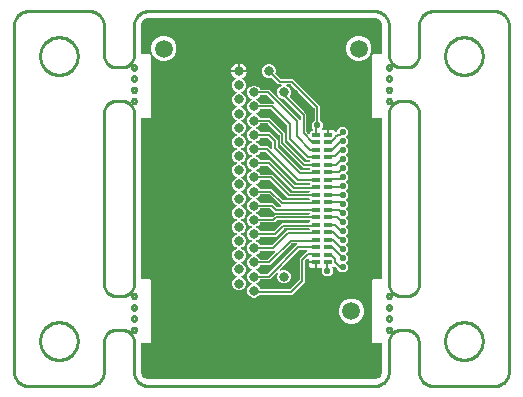
<source format=gbr>
G04 EAGLE Gerber RS-274X export*
G75*
%MOIN*%
%FSLAX34Y34*%
%LPD*%
%INTop Copper*%
%IPPOS*%
%AMOC8*
5,1,8,0,0,1.08239X$1,22.5*%
G01*
%ADD10C,0.059055*%
%ADD11R,0.030000X0.015000*%
%ADD12C,0.032000*%
%ADD13C,0.023000*%
%ADD14C,0.007000*%
%ADD15C,0.006000*%
%ADD16C,0.010000*%

G36*
X4000Y-10269D02*
X4000Y-10269D01*
X4001Y-10269D01*
X4003Y-10269D01*
X4050Y-10264D01*
X4051Y-10264D01*
X4053Y-10264D01*
X4058Y-10262D01*
X4145Y-10227D01*
X4147Y-10225D01*
X4150Y-10224D01*
X4152Y-10222D01*
X4153Y-10222D01*
X4153Y-10221D01*
X4154Y-10220D01*
X4220Y-10154D01*
X4222Y-10152D01*
X4224Y-10149D01*
X4225Y-10147D01*
X4226Y-10146D01*
X4227Y-10145D01*
X4262Y-10058D01*
X4263Y-10056D01*
X4263Y-10055D01*
X4264Y-10050D01*
X4269Y-10003D01*
X4269Y-10002D01*
X4269Y-10000D01*
X4269Y-9090D01*
X4269Y-9089D01*
X4269Y-9088D01*
X4268Y-9084D01*
X4268Y-9081D01*
X4267Y-9080D01*
X4267Y-9079D01*
X4265Y-9075D01*
X4263Y-9072D01*
X4262Y-9071D01*
X4259Y-9068D01*
X4256Y-9066D01*
X4255Y-9065D01*
X4254Y-9065D01*
X4251Y-9063D01*
X4247Y-9062D01*
X4246Y-9062D01*
X4245Y-9061D01*
X4240Y-9061D01*
X3975Y-9061D01*
X3939Y-9025D01*
X3939Y-6975D01*
X3975Y-6939D01*
X4240Y-6939D01*
X4241Y-6939D01*
X4242Y-6939D01*
X4246Y-6938D01*
X4249Y-6938D01*
X4250Y-6937D01*
X4251Y-6937D01*
X4255Y-6935D01*
X4258Y-6933D01*
X4259Y-6932D01*
X4262Y-6929D01*
X4264Y-6926D01*
X4265Y-6925D01*
X4265Y-6924D01*
X4267Y-6921D01*
X4268Y-6917D01*
X4268Y-6916D01*
X4269Y-6915D01*
X4269Y-6910D01*
X4269Y-1590D01*
X4269Y-1589D01*
X4269Y-1588D01*
X4268Y-1584D01*
X4268Y-1581D01*
X4267Y-1580D01*
X4267Y-1579D01*
X4265Y-1575D01*
X4263Y-1572D01*
X4262Y-1571D01*
X4259Y-1568D01*
X4256Y-1566D01*
X4255Y-1565D01*
X4254Y-1565D01*
X4251Y-1563D01*
X4247Y-1562D01*
X4246Y-1562D01*
X4245Y-1561D01*
X4240Y-1561D01*
X3975Y-1561D01*
X3939Y-1525D01*
X3939Y525D01*
X3975Y561D01*
X4240Y561D01*
X4241Y561D01*
X4242Y561D01*
X4246Y562D01*
X4249Y562D01*
X4250Y563D01*
X4251Y563D01*
X4255Y565D01*
X4258Y567D01*
X4259Y568D01*
X4262Y571D01*
X4264Y574D01*
X4265Y575D01*
X4265Y576D01*
X4267Y579D01*
X4268Y583D01*
X4268Y584D01*
X4269Y585D01*
X4269Y590D01*
X4269Y1500D01*
X4269Y1501D01*
X4269Y1503D01*
X4264Y1550D01*
X4264Y1551D01*
X4264Y1553D01*
X4262Y1558D01*
X4227Y1645D01*
X4225Y1647D01*
X4224Y1650D01*
X4222Y1652D01*
X4222Y1653D01*
X4221Y1653D01*
X4220Y1654D01*
X4154Y1720D01*
X4152Y1722D01*
X4149Y1724D01*
X4147Y1725D01*
X4146Y1726D01*
X4145Y1727D01*
X4058Y1762D01*
X4056Y1763D01*
X4055Y1763D01*
X4050Y1764D01*
X4003Y1769D01*
X4002Y1769D01*
X4000Y1769D01*
X-3500Y1769D01*
X-3501Y1769D01*
X-3503Y1769D01*
X-3550Y1764D01*
X-3551Y1764D01*
X-3553Y1764D01*
X-3558Y1762D01*
X-3645Y1727D01*
X-3647Y1725D01*
X-3650Y1724D01*
X-3652Y1722D01*
X-3653Y1722D01*
X-3653Y1721D01*
X-3654Y1720D01*
X-3720Y1654D01*
X-3722Y1652D01*
X-3724Y1649D01*
X-3725Y1647D01*
X-3726Y1646D01*
X-3727Y1645D01*
X-3762Y1558D01*
X-3763Y1556D01*
X-3763Y1555D01*
X-3764Y1550D01*
X-3769Y1503D01*
X-3769Y1502D01*
X-3769Y1500D01*
X-3769Y590D01*
X-3769Y589D01*
X-3769Y588D01*
X-3768Y584D01*
X-3768Y581D01*
X-3767Y580D01*
X-3767Y579D01*
X-3765Y575D01*
X-3763Y572D01*
X-3762Y571D01*
X-3759Y568D01*
X-3756Y566D01*
X-3755Y565D01*
X-3754Y565D01*
X-3751Y563D01*
X-3747Y562D01*
X-3746Y562D01*
X-3745Y561D01*
X-3740Y561D01*
X-3475Y561D01*
X-3439Y525D01*
X-3439Y-1525D01*
X-3475Y-1561D01*
X-3740Y-1561D01*
X-3741Y-1561D01*
X-3742Y-1561D01*
X-3746Y-1562D01*
X-3749Y-1562D01*
X-3750Y-1563D01*
X-3751Y-1563D01*
X-3755Y-1565D01*
X-3758Y-1567D01*
X-3759Y-1568D01*
X-3762Y-1571D01*
X-3764Y-1574D01*
X-3765Y-1575D01*
X-3765Y-1576D01*
X-3767Y-1579D01*
X-3768Y-1583D01*
X-3768Y-1584D01*
X-3769Y-1585D01*
X-3769Y-1590D01*
X-3769Y-6910D01*
X-3769Y-6911D01*
X-3769Y-6912D01*
X-3768Y-6916D01*
X-3768Y-6919D01*
X-3767Y-6920D01*
X-3767Y-6921D01*
X-3765Y-6925D01*
X-3763Y-6928D01*
X-3762Y-6929D01*
X-3759Y-6932D01*
X-3756Y-6934D01*
X-3755Y-6935D01*
X-3754Y-6935D01*
X-3751Y-6937D01*
X-3747Y-6938D01*
X-3746Y-6938D01*
X-3745Y-6939D01*
X-3740Y-6939D01*
X-3475Y-6939D01*
X-3439Y-6975D01*
X-3439Y-9025D01*
X-3475Y-9061D01*
X-3740Y-9061D01*
X-3741Y-9061D01*
X-3742Y-9061D01*
X-3746Y-9062D01*
X-3749Y-9062D01*
X-3750Y-9063D01*
X-3751Y-9063D01*
X-3755Y-9065D01*
X-3758Y-9067D01*
X-3759Y-9068D01*
X-3762Y-9071D01*
X-3764Y-9074D01*
X-3765Y-9075D01*
X-3765Y-9076D01*
X-3767Y-9079D01*
X-3768Y-9083D01*
X-3768Y-9084D01*
X-3769Y-9085D01*
X-3769Y-9090D01*
X-3769Y-10000D01*
X-3769Y-10001D01*
X-3769Y-10003D01*
X-3764Y-10050D01*
X-3764Y-10051D01*
X-3764Y-10053D01*
X-3762Y-10058D01*
X-3727Y-10145D01*
X-3725Y-10147D01*
X-3724Y-10150D01*
X-3722Y-10152D01*
X-3722Y-10153D01*
X-3721Y-10153D01*
X-3720Y-10154D01*
X-3654Y-10220D01*
X-3652Y-10222D01*
X-3649Y-10224D01*
X-3647Y-10225D01*
X-3646Y-10226D01*
X-3645Y-10227D01*
X-3558Y-10262D01*
X-3556Y-10263D01*
X-3555Y-10263D01*
X-3550Y-10264D01*
X-3503Y-10269D01*
X-3502Y-10269D01*
X-3500Y-10269D01*
X4000Y-10269D01*
X4000Y-10269D01*
G37*
%LPC*%
G36*
X-45Y-7549D02*
X-45Y-7549D01*
X-128Y-7514D01*
X-191Y-7451D01*
X-226Y-7368D01*
X-226Y-7278D01*
X-191Y-7195D01*
X-128Y-7131D01*
X-85Y-7114D01*
X-82Y-7112D01*
X-80Y-7111D01*
X-78Y-7110D01*
X-77Y-7109D01*
X-75Y-7106D01*
X-73Y-7104D01*
X-72Y-7103D01*
X-71Y-7101D01*
X-70Y-7098D01*
X-68Y-7096D01*
X-68Y-7094D01*
X-67Y-7092D01*
X-67Y-7089D01*
X-67Y-7086D01*
X-67Y-7085D01*
X-67Y-7083D01*
X-68Y-7080D01*
X-68Y-7077D01*
X-69Y-7075D01*
X-70Y-7074D01*
X-72Y-7071D01*
X-73Y-7069D01*
X-74Y-7067D01*
X-76Y-7066D01*
X-78Y-7064D01*
X-80Y-7062D01*
X-83Y-7061D01*
X-83Y-7060D01*
X-84Y-7060D01*
X-85Y-7060D01*
X-128Y-7042D01*
X-191Y-6978D01*
X-226Y-6895D01*
X-226Y-6805D01*
X-191Y-6723D01*
X-128Y-6659D01*
X-85Y-6641D01*
X-82Y-6640D01*
X-80Y-6638D01*
X-78Y-6637D01*
X-77Y-6636D01*
X-75Y-6634D01*
X-73Y-6632D01*
X-72Y-6630D01*
X-71Y-6629D01*
X-70Y-6626D01*
X-68Y-6623D01*
X-68Y-6622D01*
X-67Y-6620D01*
X-67Y-6617D01*
X-67Y-6614D01*
X-67Y-6612D01*
X-67Y-6610D01*
X-68Y-6607D01*
X-68Y-6605D01*
X-69Y-6603D01*
X-70Y-6601D01*
X-72Y-6599D01*
X-73Y-6596D01*
X-74Y-6595D01*
X-76Y-6593D01*
X-78Y-6592D01*
X-80Y-6590D01*
X-83Y-6588D01*
X-84Y-6588D01*
X-85Y-6587D01*
X-128Y-6569D01*
X-191Y-6506D01*
X-226Y-6423D01*
X-226Y-6333D01*
X-191Y-6250D01*
X-128Y-6187D01*
X-85Y-6169D01*
X-82Y-6167D01*
X-80Y-6166D01*
X-78Y-6165D01*
X-77Y-6164D01*
X-75Y-6161D01*
X-73Y-6159D01*
X-72Y-6158D01*
X-71Y-6156D01*
X-70Y-6154D01*
X-68Y-6151D01*
X-68Y-6149D01*
X-67Y-6147D01*
X-67Y-6144D01*
X-67Y-6142D01*
X-67Y-6140D01*
X-67Y-6138D01*
X-68Y-6135D01*
X-68Y-6132D01*
X-69Y-6130D01*
X-70Y-6129D01*
X-72Y-6126D01*
X-73Y-6124D01*
X-74Y-6122D01*
X-76Y-6121D01*
X-78Y-6119D01*
X-80Y-6117D01*
X-83Y-6116D01*
X-83Y-6115D01*
X-84Y-6115D01*
X-85Y-6115D01*
X-128Y-6097D01*
X-191Y-6033D01*
X-226Y-5950D01*
X-226Y-5861D01*
X-191Y-5778D01*
X-128Y-5714D01*
X-85Y-5696D01*
X-82Y-5695D01*
X-80Y-5694D01*
X-78Y-5692D01*
X-77Y-5691D01*
X-75Y-5689D01*
X-73Y-5687D01*
X-72Y-5685D01*
X-71Y-5684D01*
X-70Y-5681D01*
X-68Y-5679D01*
X-68Y-5677D01*
X-67Y-5675D01*
X-67Y-5672D01*
X-67Y-5669D01*
X-67Y-5667D01*
X-67Y-5665D01*
X-68Y-5663D01*
X-68Y-5660D01*
X-69Y-5658D01*
X-70Y-5656D01*
X-72Y-5654D01*
X-73Y-5651D01*
X-74Y-5650D01*
X-76Y-5648D01*
X-78Y-5647D01*
X-80Y-5645D01*
X-83Y-5643D01*
X-84Y-5643D01*
X-85Y-5642D01*
X-128Y-5624D01*
X-191Y-5561D01*
X-226Y-5478D01*
X-226Y-5388D01*
X-191Y-5305D01*
X-128Y-5242D01*
X-85Y-5224D01*
X-82Y-5222D01*
X-80Y-5221D01*
X-78Y-5220D01*
X-77Y-5219D01*
X-75Y-5217D01*
X-73Y-5215D01*
X-72Y-5213D01*
X-71Y-5211D01*
X-70Y-5209D01*
X-68Y-5206D01*
X-68Y-5204D01*
X-67Y-5202D01*
X-67Y-5200D01*
X-67Y-5197D01*
X-67Y-5195D01*
X-67Y-5193D01*
X-68Y-5190D01*
X-68Y-5187D01*
X-69Y-5186D01*
X-70Y-5184D01*
X-72Y-5181D01*
X-73Y-5179D01*
X-74Y-5178D01*
X-76Y-5176D01*
X-78Y-5174D01*
X-80Y-5172D01*
X-83Y-5171D01*
X-84Y-5170D01*
X-85Y-5170D01*
X-128Y-5152D01*
X-191Y-5089D01*
X-226Y-5006D01*
X-226Y-4916D01*
X-191Y-4833D01*
X-128Y-4769D01*
X-85Y-4751D01*
X-82Y-4750D01*
X-80Y-4749D01*
X-78Y-4747D01*
X-77Y-4746D01*
X-75Y-4744D01*
X-73Y-4742D01*
X-72Y-4740D01*
X-71Y-4739D01*
X-70Y-4736D01*
X-68Y-4734D01*
X-68Y-4732D01*
X-67Y-4730D01*
X-67Y-4727D01*
X-67Y-4724D01*
X-67Y-4722D01*
X-67Y-4720D01*
X-68Y-4718D01*
X-68Y-4715D01*
X-69Y-4713D01*
X-70Y-4711D01*
X-72Y-4709D01*
X-73Y-4706D01*
X-74Y-4705D01*
X-76Y-4704D01*
X-78Y-4702D01*
X-80Y-4700D01*
X-83Y-4699D01*
X-83Y-4698D01*
X-84Y-4698D01*
X-85Y-4697D01*
X-128Y-4680D01*
X-191Y-4616D01*
X-226Y-4533D01*
X-226Y-4443D01*
X-191Y-4360D01*
X-128Y-4297D01*
X-85Y-4279D01*
X-82Y-4277D01*
X-80Y-4276D01*
X-78Y-4275D01*
X-77Y-4274D01*
X-75Y-4272D01*
X-73Y-4270D01*
X-72Y-4268D01*
X-71Y-4267D01*
X-70Y-4264D01*
X-68Y-4261D01*
X-68Y-4259D01*
X-67Y-4258D01*
X-67Y-4255D01*
X-67Y-4252D01*
X-67Y-4250D01*
X-67Y-4248D01*
X-68Y-4245D01*
X-68Y-4242D01*
X-69Y-4241D01*
X-70Y-4239D01*
X-72Y-4236D01*
X-73Y-4234D01*
X-74Y-4233D01*
X-76Y-4231D01*
X-78Y-4229D01*
X-80Y-4227D01*
X-83Y-4226D01*
X-84Y-4225D01*
X-85Y-4225D01*
X-128Y-4207D01*
X-191Y-4144D01*
X-226Y-4061D01*
X-226Y-3971D01*
X-191Y-3888D01*
X-128Y-3824D01*
X-85Y-3807D01*
X-82Y-3805D01*
X-80Y-3804D01*
X-78Y-3802D01*
X-77Y-3801D01*
X-75Y-3799D01*
X-73Y-3797D01*
X-72Y-3796D01*
X-71Y-3794D01*
X-70Y-3791D01*
X-68Y-3789D01*
X-68Y-3787D01*
X-67Y-3785D01*
X-67Y-3782D01*
X-67Y-3779D01*
X-67Y-3777D01*
X-67Y-3776D01*
X-68Y-3773D01*
X-68Y-3770D01*
X-69Y-3768D01*
X-70Y-3766D01*
X-72Y-3764D01*
X-73Y-3761D01*
X-74Y-3760D01*
X-76Y-3759D01*
X-78Y-3757D01*
X-80Y-3755D01*
X-83Y-3754D01*
X-83Y-3753D01*
X-84Y-3753D01*
X-85Y-3753D01*
X-128Y-3735D01*
X-191Y-3671D01*
X-226Y-3588D01*
X-226Y-3498D01*
X-191Y-3415D01*
X-128Y-3352D01*
X-85Y-3334D01*
X-82Y-3333D01*
X-80Y-3331D01*
X-78Y-3330D01*
X-77Y-3329D01*
X-75Y-3327D01*
X-73Y-3325D01*
X-72Y-3323D01*
X-71Y-3322D01*
X-70Y-3319D01*
X-68Y-3316D01*
X-68Y-3314D01*
X-67Y-3313D01*
X-67Y-3310D01*
X-67Y-3307D01*
X-67Y-3305D01*
X-67Y-3303D01*
X-68Y-3300D01*
X-68Y-3297D01*
X-69Y-3296D01*
X-70Y-3294D01*
X-72Y-3292D01*
X-73Y-3289D01*
X-74Y-3288D01*
X-76Y-3286D01*
X-78Y-3285D01*
X-80Y-3283D01*
X-83Y-3281D01*
X-84Y-3281D01*
X-85Y-3280D01*
X-128Y-3262D01*
X-191Y-3199D01*
X-226Y-3116D01*
X-226Y-3026D01*
X-191Y-2943D01*
X-128Y-2879D01*
X-85Y-2862D01*
X-82Y-2860D01*
X-80Y-2859D01*
X-78Y-2858D01*
X-77Y-2857D01*
X-75Y-2854D01*
X-73Y-2852D01*
X-72Y-2851D01*
X-71Y-2849D01*
X-70Y-2846D01*
X-68Y-2844D01*
X-68Y-2842D01*
X-67Y-2840D01*
X-67Y-2837D01*
X-67Y-2834D01*
X-67Y-2833D01*
X-67Y-2831D01*
X-68Y-2828D01*
X-68Y-2825D01*
X-69Y-2823D01*
X-70Y-2822D01*
X-72Y-2819D01*
X-73Y-2817D01*
X-74Y-2815D01*
X-76Y-2814D01*
X-78Y-2812D01*
X-80Y-2810D01*
X-83Y-2809D01*
X-83Y-2808D01*
X-84Y-2808D01*
X-85Y-2808D01*
X-128Y-2790D01*
X-191Y-2726D01*
X-226Y-2643D01*
X-226Y-2554D01*
X-191Y-2471D01*
X-128Y-2407D01*
X-85Y-2389D01*
X-82Y-2388D01*
X-80Y-2386D01*
X-78Y-2385D01*
X-77Y-2384D01*
X-75Y-2382D01*
X-73Y-2380D01*
X-72Y-2378D01*
X-71Y-2377D01*
X-70Y-2374D01*
X-68Y-2371D01*
X-68Y-2370D01*
X-67Y-2368D01*
X-67Y-2365D01*
X-67Y-2362D01*
X-67Y-2360D01*
X-67Y-2358D01*
X-68Y-2355D01*
X-68Y-2353D01*
X-69Y-2351D01*
X-70Y-2349D01*
X-72Y-2347D01*
X-73Y-2344D01*
X-74Y-2343D01*
X-76Y-2341D01*
X-78Y-2340D01*
X-80Y-2338D01*
X-83Y-2336D01*
X-84Y-2336D01*
X-85Y-2335D01*
X-128Y-2317D01*
X-191Y-2254D01*
X-226Y-2171D01*
X-226Y-2081D01*
X-191Y-1998D01*
X-128Y-1935D01*
X-85Y-1917D01*
X-82Y-1915D01*
X-80Y-1914D01*
X-78Y-1913D01*
X-77Y-1912D01*
X-75Y-1909D01*
X-73Y-1907D01*
X-72Y-1906D01*
X-71Y-1904D01*
X-70Y-1902D01*
X-68Y-1899D01*
X-68Y-1897D01*
X-67Y-1895D01*
X-67Y-1892D01*
X-67Y-1890D01*
X-67Y-1888D01*
X-67Y-1886D01*
X-68Y-1883D01*
X-68Y-1880D01*
X-69Y-1878D01*
X-70Y-1877D01*
X-72Y-1874D01*
X-73Y-1872D01*
X-74Y-1870D01*
X-76Y-1869D01*
X-78Y-1867D01*
X-80Y-1865D01*
X-83Y-1864D01*
X-83Y-1863D01*
X-84Y-1863D01*
X-85Y-1863D01*
X-128Y-1845D01*
X-191Y-1781D01*
X-226Y-1698D01*
X-226Y-1609D01*
X-191Y-1526D01*
X-128Y-1462D01*
X-85Y-1444D01*
X-82Y-1443D01*
X-80Y-1442D01*
X-78Y-1440D01*
X-77Y-1439D01*
X-75Y-1437D01*
X-73Y-1435D01*
X-72Y-1433D01*
X-71Y-1432D01*
X-70Y-1429D01*
X-68Y-1427D01*
X-68Y-1425D01*
X-67Y-1423D01*
X-67Y-1420D01*
X-67Y-1417D01*
X-67Y-1415D01*
X-67Y-1413D01*
X-68Y-1411D01*
X-68Y-1408D01*
X-69Y-1406D01*
X-70Y-1404D01*
X-72Y-1402D01*
X-73Y-1399D01*
X-74Y-1398D01*
X-76Y-1396D01*
X-78Y-1395D01*
X-80Y-1393D01*
X-83Y-1391D01*
X-84Y-1391D01*
X-85Y-1390D01*
X-128Y-1372D01*
X-191Y-1309D01*
X-226Y-1226D01*
X-226Y-1136D01*
X-191Y-1053D01*
X-128Y-990D01*
X-85Y-972D01*
X-82Y-970D01*
X-80Y-969D01*
X-78Y-968D01*
X-77Y-967D01*
X-75Y-965D01*
X-73Y-963D01*
X-72Y-961D01*
X-71Y-959D01*
X-70Y-957D01*
X-68Y-954D01*
X-68Y-952D01*
X-67Y-950D01*
X-67Y-948D01*
X-67Y-945D01*
X-67Y-943D01*
X-67Y-941D01*
X-68Y-938D01*
X-68Y-935D01*
X-69Y-934D01*
X-70Y-932D01*
X-72Y-929D01*
X-73Y-927D01*
X-74Y-926D01*
X-76Y-924D01*
X-78Y-922D01*
X-80Y-920D01*
X-83Y-919D01*
X-84Y-918D01*
X-85Y-918D01*
X-128Y-900D01*
X-191Y-837D01*
X-226Y-754D01*
X-226Y-664D01*
X-191Y-581D01*
X-128Y-517D01*
X-45Y-483D01*
X45Y-483D01*
X128Y-517D01*
X191Y-581D01*
X199Y-600D01*
X202Y-604D01*
X204Y-608D01*
X208Y-611D01*
X212Y-614D01*
X216Y-616D01*
X221Y-617D01*
X226Y-618D01*
X496Y-618D01*
X1459Y-1581D01*
X1514Y-1636D01*
X1516Y-1638D01*
X1518Y-1640D01*
X1520Y-1641D01*
X1522Y-1642D01*
X1524Y-1642D01*
X1527Y-1644D01*
X1529Y-1644D01*
X1531Y-1644D01*
X1534Y-1644D01*
X1537Y-1645D01*
X1538Y-1644D01*
X1540Y-1644D01*
X1543Y-1643D01*
X1546Y-1642D01*
X1547Y-1641D01*
X1549Y-1641D01*
X1551Y-1639D01*
X1554Y-1637D01*
X1555Y-1636D01*
X1557Y-1635D01*
X1558Y-1632D01*
X1560Y-1630D01*
X1561Y-1628D01*
X1562Y-1626D01*
X1562Y-1624D01*
X1563Y-1621D01*
X1563Y-1618D01*
X1564Y-1617D01*
X1564Y-1615D01*
X1564Y-1513D01*
X1563Y-1509D01*
X1563Y-1505D01*
X1562Y-1504D01*
X1562Y-1503D01*
X1560Y-1500D01*
X1559Y-1496D01*
X1558Y-1495D01*
X1557Y-1494D01*
X1555Y-1492D01*
X1006Y-943D01*
X1003Y-941D01*
X1000Y-938D01*
X999Y-938D01*
X998Y-937D01*
X994Y-936D01*
X991Y-935D01*
X990Y-935D01*
X989Y-935D01*
X988Y-935D01*
X985Y-934D01*
X955Y-934D01*
X872Y-900D01*
X809Y-837D01*
X774Y-754D01*
X774Y-664D01*
X809Y-581D01*
X872Y-517D01*
X912Y-501D01*
X915Y-499D01*
X919Y-497D01*
X920Y-496D01*
X923Y-493D01*
X925Y-490D01*
X926Y-489D01*
X926Y-488D01*
X928Y-485D01*
X929Y-481D01*
X929Y-480D01*
X930Y-479D01*
X930Y-475D01*
X930Y-472D01*
X930Y-471D01*
X930Y-470D01*
X929Y-466D01*
X928Y-462D01*
X927Y-461D01*
X925Y-457D01*
X923Y-454D01*
X922Y-454D01*
X922Y-453D01*
X918Y-451D01*
X915Y-448D01*
X914Y-448D01*
X914Y-447D01*
X910Y-446D01*
X906Y-445D01*
X905Y-445D01*
X904Y-445D01*
X901Y-444D01*
X816Y-444D01*
X754Y-383D01*
X596Y-224D01*
X592Y-221D01*
X588Y-219D01*
X583Y-217D01*
X579Y-216D01*
X574Y-216D01*
X569Y-216D01*
X564Y-218D01*
X545Y-226D01*
X455Y-226D01*
X372Y-191D01*
X309Y-128D01*
X274Y-45D01*
X274Y45D01*
X309Y128D01*
X372Y191D01*
X455Y226D01*
X545Y226D01*
X628Y191D01*
X691Y128D01*
X726Y45D01*
X726Y-45D01*
X718Y-64D01*
X717Y-69D01*
X716Y-73D01*
X716Y-74D01*
X716Y-78D01*
X717Y-83D01*
X719Y-87D01*
X721Y-92D01*
X724Y-96D01*
X883Y-254D01*
X886Y-257D01*
X889Y-259D01*
X890Y-259D01*
X890Y-260D01*
X894Y-261D01*
X898Y-262D01*
X899Y-263D01*
X900Y-263D01*
X903Y-263D01*
X1305Y-263D01*
X2205Y-1163D01*
X2205Y-1644D01*
X2206Y-1648D01*
X2206Y-1652D01*
X2207Y-1652D01*
X2207Y-1653D01*
X2209Y-1657D01*
X2210Y-1660D01*
X2211Y-1661D01*
X2211Y-1662D01*
X2212Y-1662D01*
X2214Y-1664D01*
X2290Y-1741D01*
X2290Y-1887D01*
X2276Y-1901D01*
X2274Y-1903D01*
X2273Y-1904D01*
X2272Y-1907D01*
X2270Y-1909D01*
X2269Y-1911D01*
X2269Y-1912D01*
X2268Y-1915D01*
X2267Y-1918D01*
X2267Y-1920D01*
X2267Y-1922D01*
X2268Y-1925D01*
X2268Y-1928D01*
X2268Y-1929D01*
X2269Y-1931D01*
X2270Y-1934D01*
X2271Y-1937D01*
X2272Y-1938D01*
X2273Y-1940D01*
X2275Y-1942D01*
X2277Y-1944D01*
X2279Y-1945D01*
X2280Y-1946D01*
X2283Y-1947D01*
X2285Y-1949D01*
X2287Y-1949D01*
X2289Y-1950D01*
X2292Y-1950D01*
X2295Y-1951D01*
X2297Y-1951D01*
X2299Y-1951D01*
X2304Y-1950D01*
X2307Y-1949D01*
X2433Y-1949D01*
X2433Y-2117D01*
X2433Y-2119D01*
X2433Y-2120D01*
X2434Y-2123D01*
X2435Y-2127D01*
X2435Y-2128D01*
X2436Y-2129D01*
X2438Y-2132D01*
X2439Y-2135D01*
X2440Y-2136D01*
X2441Y-2137D01*
X2444Y-2139D01*
X2446Y-2142D01*
X2447Y-2142D01*
X2448Y-2143D01*
X2452Y-2144D01*
X2455Y-2146D01*
X2456Y-2146D01*
X2457Y-2146D01*
X2462Y-2147D01*
X2478Y-2147D01*
X2479Y-2147D01*
X2480Y-2147D01*
X2483Y-2146D01*
X2487Y-2145D01*
X2488Y-2145D01*
X2489Y-2144D01*
X2492Y-2142D01*
X2495Y-2141D01*
X2496Y-2140D01*
X2497Y-2139D01*
X2499Y-2136D01*
X2502Y-2134D01*
X2502Y-2133D01*
X2503Y-2132D01*
X2504Y-2128D01*
X2506Y-2125D01*
X2506Y-2124D01*
X2506Y-2123D01*
X2507Y-2117D01*
X2507Y-1949D01*
X2633Y-1949D01*
X2659Y-1956D01*
X2682Y-1969D01*
X2701Y-1988D01*
X2716Y-2014D01*
X2716Y-2015D01*
X2717Y-2016D01*
X2717Y-2017D01*
X2720Y-2019D01*
X2722Y-2022D01*
X2723Y-2023D01*
X2724Y-2024D01*
X2727Y-2025D01*
X2730Y-2027D01*
X2731Y-2028D01*
X2732Y-2028D01*
X2736Y-2029D01*
X2740Y-2030D01*
X2741Y-2029D01*
X2741Y-2030D01*
X2745Y-2029D01*
X2749Y-2029D01*
X2750Y-2028D01*
X2751Y-2028D01*
X2754Y-2026D01*
X2758Y-2024D01*
X2761Y-2024D01*
X2762Y-2023D01*
X2763Y-2023D01*
X2766Y-2021D01*
X2769Y-2019D01*
X2770Y-2019D01*
X2771Y-2018D01*
X2773Y-2015D01*
X2776Y-2012D01*
X2776Y-2011D01*
X2777Y-2011D01*
X2778Y-2007D01*
X2780Y-2004D01*
X2780Y-2003D01*
X2780Y-2002D01*
X2781Y-1996D01*
X2781Y-1963D01*
X2883Y-1860D01*
X3029Y-1860D01*
X3132Y-1963D01*
X3132Y-2109D01*
X3075Y-2166D01*
X3074Y-2167D01*
X3072Y-2170D01*
X3070Y-2173D01*
X3070Y-2174D01*
X3069Y-2175D01*
X3068Y-2179D01*
X3067Y-2182D01*
X3067Y-2184D01*
X3067Y-2185D01*
X3067Y-2188D01*
X3067Y-2192D01*
X3068Y-2193D01*
X3068Y-2194D01*
X3070Y-2197D01*
X3071Y-2201D01*
X3072Y-2202D01*
X3072Y-2203D01*
X3075Y-2207D01*
X3132Y-2263D01*
X3132Y-2409D01*
X3075Y-2466D01*
X3074Y-2467D01*
X3072Y-2470D01*
X3070Y-2473D01*
X3070Y-2474D01*
X3069Y-2475D01*
X3068Y-2479D01*
X3067Y-2482D01*
X3067Y-2484D01*
X3067Y-2485D01*
X3067Y-2488D01*
X3067Y-2492D01*
X3068Y-2493D01*
X3068Y-2494D01*
X3070Y-2497D01*
X3071Y-2501D01*
X3072Y-2502D01*
X3072Y-2503D01*
X3075Y-2507D01*
X3132Y-2563D01*
X3132Y-2709D01*
X3075Y-2766D01*
X3074Y-2767D01*
X3072Y-2770D01*
X3070Y-2773D01*
X3070Y-2774D01*
X3069Y-2775D01*
X3068Y-2779D01*
X3067Y-2782D01*
X3067Y-2784D01*
X3067Y-2785D01*
X3067Y-2788D01*
X3067Y-2792D01*
X3068Y-2793D01*
X3068Y-2794D01*
X3070Y-2797D01*
X3071Y-2801D01*
X3072Y-2802D01*
X3072Y-2803D01*
X3075Y-2807D01*
X3132Y-2863D01*
X3132Y-3009D01*
X3075Y-3066D01*
X3074Y-3067D01*
X3072Y-3070D01*
X3070Y-3073D01*
X3070Y-3074D01*
X3069Y-3075D01*
X3068Y-3079D01*
X3067Y-3082D01*
X3067Y-3084D01*
X3067Y-3085D01*
X3067Y-3088D01*
X3067Y-3092D01*
X3068Y-3093D01*
X3068Y-3094D01*
X3070Y-3097D01*
X3071Y-3101D01*
X3072Y-3102D01*
X3072Y-3103D01*
X3075Y-3107D01*
X3132Y-3163D01*
X3132Y-3309D01*
X3075Y-3366D01*
X3074Y-3367D01*
X3072Y-3370D01*
X3070Y-3373D01*
X3070Y-3374D01*
X3069Y-3375D01*
X3068Y-3379D01*
X3067Y-3382D01*
X3067Y-3384D01*
X3067Y-3385D01*
X3067Y-3388D01*
X3067Y-3392D01*
X3068Y-3393D01*
X3068Y-3394D01*
X3070Y-3397D01*
X3071Y-3401D01*
X3072Y-3402D01*
X3072Y-3403D01*
X3075Y-3407D01*
X3132Y-3463D01*
X3132Y-3609D01*
X3075Y-3666D01*
X3074Y-3667D01*
X3072Y-3670D01*
X3070Y-3673D01*
X3070Y-3674D01*
X3069Y-3675D01*
X3068Y-3679D01*
X3067Y-3682D01*
X3067Y-3684D01*
X3067Y-3685D01*
X3067Y-3688D01*
X3067Y-3692D01*
X3068Y-3693D01*
X3068Y-3694D01*
X3070Y-3697D01*
X3071Y-3701D01*
X3072Y-3702D01*
X3072Y-3703D01*
X3075Y-3707D01*
X3132Y-3763D01*
X3132Y-3909D01*
X3075Y-3966D01*
X3074Y-3967D01*
X3072Y-3970D01*
X3070Y-3973D01*
X3070Y-3974D01*
X3069Y-3975D01*
X3068Y-3979D01*
X3067Y-3982D01*
X3067Y-3984D01*
X3067Y-3985D01*
X3067Y-3988D01*
X3067Y-3992D01*
X3068Y-3993D01*
X3068Y-3994D01*
X3070Y-3997D01*
X3071Y-4001D01*
X3072Y-4002D01*
X3072Y-4003D01*
X3075Y-4007D01*
X3132Y-4063D01*
X3132Y-4209D01*
X3075Y-4266D01*
X3074Y-4267D01*
X3072Y-4270D01*
X3070Y-4273D01*
X3070Y-4274D01*
X3069Y-4275D01*
X3068Y-4279D01*
X3067Y-4282D01*
X3067Y-4284D01*
X3067Y-4285D01*
X3067Y-4288D01*
X3067Y-4292D01*
X3068Y-4293D01*
X3068Y-4294D01*
X3070Y-4297D01*
X3071Y-4301D01*
X3072Y-4302D01*
X3072Y-4303D01*
X3075Y-4307D01*
X3132Y-4363D01*
X3132Y-4509D01*
X3075Y-4566D01*
X3074Y-4567D01*
X3072Y-4570D01*
X3070Y-4573D01*
X3070Y-4574D01*
X3069Y-4575D01*
X3068Y-4579D01*
X3067Y-4582D01*
X3067Y-4584D01*
X3067Y-4585D01*
X3067Y-4588D01*
X3067Y-4592D01*
X3068Y-4593D01*
X3068Y-4594D01*
X3070Y-4597D01*
X3071Y-4601D01*
X3072Y-4602D01*
X3072Y-4603D01*
X3075Y-4607D01*
X3132Y-4663D01*
X3132Y-4809D01*
X3075Y-4866D01*
X3074Y-4867D01*
X3072Y-4870D01*
X3070Y-4873D01*
X3070Y-4874D01*
X3069Y-4875D01*
X3068Y-4879D01*
X3067Y-4882D01*
X3067Y-4884D01*
X3067Y-4885D01*
X3067Y-4888D01*
X3067Y-4892D01*
X3068Y-4893D01*
X3068Y-4894D01*
X3070Y-4897D01*
X3071Y-4901D01*
X3072Y-4902D01*
X3072Y-4903D01*
X3075Y-4907D01*
X3132Y-4963D01*
X3132Y-5109D01*
X3075Y-5166D01*
X3074Y-5167D01*
X3072Y-5170D01*
X3070Y-5173D01*
X3070Y-5174D01*
X3069Y-5175D01*
X3068Y-5179D01*
X3067Y-5182D01*
X3067Y-5184D01*
X3067Y-5185D01*
X3067Y-5188D01*
X3067Y-5192D01*
X3068Y-5193D01*
X3068Y-5194D01*
X3070Y-5197D01*
X3071Y-5201D01*
X3072Y-5202D01*
X3072Y-5203D01*
X3075Y-5207D01*
X3132Y-5263D01*
X3132Y-5409D01*
X3075Y-5466D01*
X3074Y-5467D01*
X3072Y-5470D01*
X3070Y-5473D01*
X3070Y-5474D01*
X3069Y-5475D01*
X3068Y-5479D01*
X3067Y-5482D01*
X3067Y-5484D01*
X3067Y-5485D01*
X3067Y-5488D01*
X3067Y-5492D01*
X3068Y-5493D01*
X3068Y-5494D01*
X3070Y-5497D01*
X3071Y-5501D01*
X3072Y-5502D01*
X3072Y-5503D01*
X3075Y-5507D01*
X3132Y-5563D01*
X3132Y-5709D01*
X3075Y-5766D01*
X3074Y-5767D01*
X3072Y-5770D01*
X3070Y-5773D01*
X3070Y-5774D01*
X3069Y-5775D01*
X3068Y-5779D01*
X3067Y-5782D01*
X3067Y-5784D01*
X3067Y-5785D01*
X3067Y-5788D01*
X3067Y-5792D01*
X3068Y-5793D01*
X3068Y-5794D01*
X3070Y-5797D01*
X3071Y-5801D01*
X3072Y-5802D01*
X3072Y-5803D01*
X3075Y-5807D01*
X3132Y-5863D01*
X3132Y-6009D01*
X3075Y-6066D01*
X3074Y-6067D01*
X3072Y-6070D01*
X3072Y-6071D01*
X3070Y-6073D01*
X3070Y-6074D01*
X3069Y-6075D01*
X3068Y-6078D01*
X3068Y-6079D01*
X3068Y-6080D01*
X3067Y-6082D01*
X3067Y-6084D01*
X3067Y-6085D01*
X3067Y-6087D01*
X3067Y-6088D01*
X3067Y-6089D01*
X3067Y-6092D01*
X3068Y-6093D01*
X3068Y-6094D01*
X3069Y-6096D01*
X3069Y-6098D01*
X3070Y-6099D01*
X3071Y-6101D01*
X3072Y-6102D01*
X3072Y-6103D01*
X3074Y-6105D01*
X3075Y-6106D01*
X3075Y-6107D01*
X3132Y-6163D01*
X3132Y-6309D01*
X3075Y-6366D01*
X3074Y-6367D01*
X3072Y-6370D01*
X3070Y-6373D01*
X3070Y-6374D01*
X3069Y-6375D01*
X3068Y-6379D01*
X3067Y-6382D01*
X3067Y-6384D01*
X3067Y-6385D01*
X3067Y-6388D01*
X3067Y-6392D01*
X3068Y-6393D01*
X3068Y-6394D01*
X3070Y-6397D01*
X3071Y-6401D01*
X3072Y-6402D01*
X3072Y-6403D01*
X3075Y-6407D01*
X3132Y-6463D01*
X3132Y-6609D01*
X3029Y-6712D01*
X2883Y-6712D01*
X2781Y-6609D01*
X2781Y-6585D01*
X2780Y-6581D01*
X2779Y-6577D01*
X2779Y-6576D01*
X2779Y-6575D01*
X2777Y-6572D01*
X2775Y-6568D01*
X2775Y-6567D01*
X2774Y-6567D01*
X2774Y-6566D01*
X2772Y-6564D01*
X2706Y-6498D01*
X2705Y-6498D01*
X2705Y-6497D01*
X2701Y-6495D01*
X2698Y-6493D01*
X2697Y-6492D01*
X2696Y-6492D01*
X2693Y-6491D01*
X2689Y-6490D01*
X2688Y-6490D01*
X2687Y-6490D01*
X2683Y-6490D01*
X2680Y-6490D01*
X2679Y-6491D01*
X2678Y-6491D01*
X2674Y-6492D01*
X2671Y-6494D01*
X2670Y-6494D01*
X2669Y-6495D01*
X2665Y-6498D01*
X2647Y-6516D01*
X2635Y-6516D01*
X2632Y-6516D01*
X2629Y-6516D01*
X2627Y-6517D01*
X2625Y-6517D01*
X2623Y-6519D01*
X2620Y-6520D01*
X2619Y-6521D01*
X2617Y-6522D01*
X2615Y-6524D01*
X2613Y-6526D01*
X2612Y-6527D01*
X2611Y-6529D01*
X2609Y-6532D01*
X2608Y-6534D01*
X2607Y-6536D01*
X2607Y-6538D01*
X2606Y-6540D01*
X2606Y-6543D01*
X2606Y-6545D01*
X2606Y-6547D01*
X2606Y-6550D01*
X2607Y-6553D01*
X2608Y-6555D01*
X2608Y-6556D01*
X2610Y-6559D01*
X2611Y-6562D01*
X2613Y-6564D01*
X2614Y-6565D01*
X2614Y-6566D01*
X2626Y-6577D01*
X2626Y-6723D01*
X2523Y-6826D01*
X2377Y-6826D01*
X2274Y-6723D01*
X2274Y-6578D01*
X2273Y-6573D01*
X2273Y-6568D01*
X2270Y-6564D01*
X2268Y-6560D01*
X2265Y-6557D01*
X2261Y-6554D01*
X2261Y-6553D01*
X2257Y-6552D01*
X2252Y-6550D01*
X2248Y-6549D01*
X2243Y-6549D01*
X2237Y-6550D01*
X2233Y-6551D01*
X2107Y-6551D01*
X2107Y-6383D01*
X2107Y-6381D01*
X2107Y-6380D01*
X2106Y-6377D01*
X2105Y-6373D01*
X2105Y-6372D01*
X2104Y-6371D01*
X2102Y-6368D01*
X2101Y-6365D01*
X2100Y-6364D01*
X2099Y-6363D01*
X2096Y-6361D01*
X2094Y-6358D01*
X2093Y-6358D01*
X2092Y-6357D01*
X2089Y-6356D01*
X2087Y-6353D01*
X2086Y-6350D01*
X2085Y-6349D01*
X2084Y-6348D01*
X2081Y-6346D01*
X2079Y-6343D01*
X2078Y-6343D01*
X2077Y-6342D01*
X2073Y-6341D01*
X2070Y-6339D01*
X2069Y-6339D01*
X2068Y-6339D01*
X2062Y-6338D01*
X1819Y-6338D01*
X1819Y-6287D01*
X1819Y-6286D01*
X1820Y-6284D01*
X1820Y-6282D01*
X1820Y-6279D01*
X1820Y-6277D01*
X1820Y-6275D01*
X1820Y-6273D01*
X1819Y-6270D01*
X1818Y-6267D01*
X1817Y-6266D01*
X1816Y-6264D01*
X1815Y-6262D01*
X1813Y-6259D01*
X1812Y-6258D01*
X1810Y-6256D01*
X1808Y-6255D01*
X1806Y-6253D01*
X1804Y-6252D01*
X1802Y-6251D01*
X1799Y-6251D01*
X1797Y-6250D01*
X1795Y-6250D01*
X1793Y-6249D01*
X1790Y-6250D01*
X1787Y-6250D01*
X1785Y-6250D01*
X1783Y-6250D01*
X1781Y-6252D01*
X1778Y-6252D01*
X1776Y-6254D01*
X1775Y-6254D01*
X1770Y-6258D01*
X1714Y-6314D01*
X1712Y-6317D01*
X1710Y-6320D01*
X1709Y-6321D01*
X1709Y-6322D01*
X1708Y-6326D01*
X1706Y-6329D01*
X1706Y-6330D01*
X1706Y-6331D01*
X1706Y-6332D01*
X1706Y-6335D01*
X1706Y-7028D01*
X1284Y-7450D01*
X204Y-7450D01*
X200Y-7451D01*
X196Y-7452D01*
X195Y-7452D01*
X194Y-7452D01*
X191Y-7454D01*
X187Y-7456D01*
X186Y-7456D01*
X186Y-7457D01*
X185Y-7457D01*
X183Y-7459D01*
X128Y-7514D01*
X45Y-7549D01*
X-45Y-7549D01*
G37*
%LPD*%
%LPC*%
G36*
X-545Y-7312D02*
X-545Y-7312D01*
X-628Y-7278D01*
X-691Y-7214D01*
X-726Y-7132D01*
X-726Y-7042D01*
X-691Y-6959D01*
X-628Y-6895D01*
X-585Y-6877D01*
X-582Y-6876D01*
X-580Y-6875D01*
X-578Y-6873D01*
X-577Y-6872D01*
X-575Y-6870D01*
X-573Y-6868D01*
X-572Y-6866D01*
X-571Y-6865D01*
X-570Y-6862D01*
X-568Y-6860D01*
X-568Y-6858D01*
X-567Y-6856D01*
X-567Y-6853D01*
X-567Y-6850D01*
X-567Y-6848D01*
X-567Y-6846D01*
X-568Y-6844D01*
X-568Y-6841D01*
X-569Y-6839D01*
X-570Y-6837D01*
X-572Y-6835D01*
X-573Y-6832D01*
X-574Y-6831D01*
X-576Y-6830D01*
X-578Y-6828D01*
X-580Y-6826D01*
X-583Y-6825D01*
X-583Y-6824D01*
X-584Y-6824D01*
X-585Y-6823D01*
X-628Y-6806D01*
X-691Y-6742D01*
X-726Y-6659D01*
X-726Y-6569D01*
X-691Y-6486D01*
X-628Y-6423D01*
X-585Y-6405D01*
X-582Y-6403D01*
X-580Y-6402D01*
X-578Y-6401D01*
X-577Y-6400D01*
X-575Y-6398D01*
X-573Y-6396D01*
X-572Y-6394D01*
X-571Y-6393D01*
X-570Y-6390D01*
X-568Y-6387D01*
X-568Y-6385D01*
X-567Y-6384D01*
X-567Y-6381D01*
X-567Y-6378D01*
X-567Y-6376D01*
X-567Y-6374D01*
X-568Y-6371D01*
X-568Y-6368D01*
X-569Y-6367D01*
X-570Y-6365D01*
X-572Y-6362D01*
X-573Y-6360D01*
X-574Y-6359D01*
X-576Y-6357D01*
X-578Y-6355D01*
X-580Y-6353D01*
X-583Y-6352D01*
X-584Y-6351D01*
X-585Y-6351D01*
X-628Y-6333D01*
X-691Y-6270D01*
X-726Y-6187D01*
X-726Y-6097D01*
X-691Y-6014D01*
X-628Y-5950D01*
X-585Y-5933D01*
X-582Y-5931D01*
X-580Y-5930D01*
X-578Y-5928D01*
X-577Y-5927D01*
X-575Y-5925D01*
X-573Y-5923D01*
X-572Y-5922D01*
X-571Y-5920D01*
X-570Y-5917D01*
X-568Y-5915D01*
X-568Y-5913D01*
X-567Y-5911D01*
X-567Y-5908D01*
X-567Y-5905D01*
X-567Y-5903D01*
X-567Y-5902D01*
X-568Y-5899D01*
X-568Y-5896D01*
X-569Y-5894D01*
X-570Y-5892D01*
X-572Y-5890D01*
X-573Y-5887D01*
X-574Y-5886D01*
X-576Y-5885D01*
X-578Y-5883D01*
X-580Y-5881D01*
X-583Y-5880D01*
X-583Y-5879D01*
X-584Y-5879D01*
X-585Y-5878D01*
X-628Y-5861D01*
X-691Y-5797D01*
X-726Y-5714D01*
X-726Y-5624D01*
X-691Y-5541D01*
X-628Y-5478D01*
X-585Y-5460D01*
X-582Y-5459D01*
X-580Y-5457D01*
X-578Y-5456D01*
X-577Y-5455D01*
X-575Y-5453D01*
X-573Y-5451D01*
X-572Y-5449D01*
X-571Y-5448D01*
X-570Y-5445D01*
X-568Y-5442D01*
X-568Y-5440D01*
X-567Y-5439D01*
X-567Y-5436D01*
X-567Y-5433D01*
X-567Y-5431D01*
X-567Y-5429D01*
X-568Y-5426D01*
X-568Y-5423D01*
X-569Y-5422D01*
X-570Y-5420D01*
X-572Y-5418D01*
X-573Y-5415D01*
X-574Y-5414D01*
X-576Y-5412D01*
X-578Y-5411D01*
X-580Y-5409D01*
X-583Y-5407D01*
X-584Y-5407D01*
X-585Y-5406D01*
X-628Y-5388D01*
X-691Y-5325D01*
X-726Y-5242D01*
X-726Y-5152D01*
X-691Y-5069D01*
X-628Y-5005D01*
X-585Y-4988D01*
X-582Y-4986D01*
X-580Y-4985D01*
X-578Y-4984D01*
X-577Y-4983D01*
X-575Y-4980D01*
X-573Y-4978D01*
X-572Y-4977D01*
X-571Y-4975D01*
X-570Y-4972D01*
X-568Y-4970D01*
X-568Y-4968D01*
X-567Y-4966D01*
X-567Y-4963D01*
X-567Y-4960D01*
X-567Y-4959D01*
X-567Y-4957D01*
X-568Y-4954D01*
X-568Y-4951D01*
X-569Y-4949D01*
X-570Y-4948D01*
X-572Y-4945D01*
X-573Y-4943D01*
X-574Y-4941D01*
X-576Y-4940D01*
X-578Y-4938D01*
X-580Y-4936D01*
X-583Y-4935D01*
X-583Y-4934D01*
X-584Y-4934D01*
X-585Y-4934D01*
X-628Y-4916D01*
X-691Y-4852D01*
X-726Y-4769D01*
X-726Y-4680D01*
X-691Y-4597D01*
X-628Y-4533D01*
X-585Y-4515D01*
X-582Y-4514D01*
X-580Y-4512D01*
X-578Y-4511D01*
X-577Y-4510D01*
X-575Y-4508D01*
X-573Y-4506D01*
X-572Y-4504D01*
X-571Y-4503D01*
X-570Y-4500D01*
X-568Y-4497D01*
X-568Y-4496D01*
X-567Y-4494D01*
X-567Y-4491D01*
X-567Y-4488D01*
X-567Y-4486D01*
X-567Y-4484D01*
X-568Y-4481D01*
X-568Y-4479D01*
X-569Y-4477D01*
X-570Y-4475D01*
X-572Y-4473D01*
X-573Y-4470D01*
X-574Y-4469D01*
X-576Y-4467D01*
X-578Y-4466D01*
X-580Y-4464D01*
X-583Y-4462D01*
X-584Y-4462D01*
X-585Y-4461D01*
X-628Y-4443D01*
X-691Y-4380D01*
X-726Y-4297D01*
X-726Y-4207D01*
X-691Y-4124D01*
X-628Y-4061D01*
X-585Y-4043D01*
X-582Y-4041D01*
X-580Y-4040D01*
X-578Y-4039D01*
X-577Y-4038D01*
X-575Y-4035D01*
X-573Y-4033D01*
X-572Y-4032D01*
X-571Y-4030D01*
X-570Y-4028D01*
X-568Y-4025D01*
X-568Y-4023D01*
X-567Y-4021D01*
X-567Y-4018D01*
X-567Y-4016D01*
X-567Y-4014D01*
X-567Y-4012D01*
X-568Y-4009D01*
X-568Y-4006D01*
X-569Y-4004D01*
X-570Y-4003D01*
X-572Y-4000D01*
X-573Y-3998D01*
X-574Y-3996D01*
X-576Y-3995D01*
X-578Y-3993D01*
X-580Y-3991D01*
X-583Y-3990D01*
X-583Y-3989D01*
X-584Y-3989D01*
X-585Y-3989D01*
X-628Y-3971D01*
X-691Y-3907D01*
X-726Y-3824D01*
X-726Y-3735D01*
X-691Y-3652D01*
X-628Y-3588D01*
X-585Y-3570D01*
X-582Y-3569D01*
X-580Y-3568D01*
X-578Y-3566D01*
X-577Y-3565D01*
X-575Y-3563D01*
X-573Y-3561D01*
X-572Y-3559D01*
X-571Y-3558D01*
X-570Y-3555D01*
X-568Y-3553D01*
X-568Y-3551D01*
X-567Y-3549D01*
X-567Y-3546D01*
X-567Y-3543D01*
X-567Y-3541D01*
X-567Y-3539D01*
X-568Y-3537D01*
X-568Y-3534D01*
X-569Y-3532D01*
X-570Y-3530D01*
X-572Y-3528D01*
X-573Y-3525D01*
X-574Y-3524D01*
X-576Y-3522D01*
X-578Y-3521D01*
X-580Y-3519D01*
X-583Y-3517D01*
X-584Y-3517D01*
X-585Y-3516D01*
X-628Y-3498D01*
X-691Y-3435D01*
X-726Y-3352D01*
X-726Y-3262D01*
X-691Y-3179D01*
X-628Y-3116D01*
X-585Y-3098D01*
X-582Y-3096D01*
X-580Y-3095D01*
X-578Y-3094D01*
X-577Y-3093D01*
X-575Y-3091D01*
X-573Y-3089D01*
X-572Y-3087D01*
X-571Y-3085D01*
X-570Y-3083D01*
X-568Y-3080D01*
X-568Y-3078D01*
X-567Y-3076D01*
X-567Y-3074D01*
X-567Y-3071D01*
X-567Y-3069D01*
X-567Y-3067D01*
X-568Y-3064D01*
X-568Y-3061D01*
X-569Y-3060D01*
X-570Y-3058D01*
X-572Y-3055D01*
X-573Y-3053D01*
X-574Y-3052D01*
X-576Y-3050D01*
X-578Y-3048D01*
X-580Y-3046D01*
X-583Y-3045D01*
X-584Y-3044D01*
X-585Y-3044D01*
X-628Y-3026D01*
X-691Y-2963D01*
X-726Y-2880D01*
X-726Y-2790D01*
X-691Y-2707D01*
X-628Y-2643D01*
X-585Y-2625D01*
X-582Y-2624D01*
X-580Y-2623D01*
X-578Y-2621D01*
X-577Y-2620D01*
X-575Y-2618D01*
X-573Y-2616D01*
X-572Y-2614D01*
X-571Y-2613D01*
X-570Y-2610D01*
X-568Y-2608D01*
X-568Y-2606D01*
X-567Y-2604D01*
X-567Y-2601D01*
X-567Y-2598D01*
X-567Y-2596D01*
X-567Y-2594D01*
X-568Y-2592D01*
X-568Y-2589D01*
X-569Y-2587D01*
X-570Y-2585D01*
X-572Y-2583D01*
X-573Y-2580D01*
X-574Y-2579D01*
X-576Y-2578D01*
X-578Y-2576D01*
X-580Y-2574D01*
X-583Y-2573D01*
X-583Y-2572D01*
X-584Y-2572D01*
X-585Y-2571D01*
X-628Y-2554D01*
X-691Y-2490D01*
X-726Y-2407D01*
X-726Y-2317D01*
X-691Y-2234D01*
X-628Y-2171D01*
X-585Y-2153D01*
X-582Y-2151D01*
X-580Y-2150D01*
X-578Y-2149D01*
X-577Y-2148D01*
X-575Y-2146D01*
X-573Y-2144D01*
X-572Y-2142D01*
X-571Y-2141D01*
X-570Y-2138D01*
X-568Y-2135D01*
X-568Y-2133D01*
X-567Y-2132D01*
X-567Y-2129D01*
X-567Y-2126D01*
X-567Y-2124D01*
X-567Y-2122D01*
X-568Y-2119D01*
X-568Y-2116D01*
X-569Y-2115D01*
X-570Y-2113D01*
X-572Y-2111D01*
X-573Y-2108D01*
X-574Y-2107D01*
X-576Y-2105D01*
X-578Y-2103D01*
X-580Y-2101D01*
X-583Y-2100D01*
X-584Y-2099D01*
X-585Y-2099D01*
X-628Y-2081D01*
X-691Y-2018D01*
X-726Y-1935D01*
X-726Y-1845D01*
X-691Y-1762D01*
X-628Y-1698D01*
X-585Y-1681D01*
X-582Y-1679D01*
X-580Y-1678D01*
X-578Y-1677D01*
X-577Y-1676D01*
X-575Y-1673D01*
X-573Y-1671D01*
X-572Y-1670D01*
X-571Y-1668D01*
X-570Y-1665D01*
X-568Y-1663D01*
X-568Y-1661D01*
X-567Y-1659D01*
X-567Y-1656D01*
X-567Y-1653D01*
X-567Y-1651D01*
X-567Y-1650D01*
X-568Y-1647D01*
X-568Y-1644D01*
X-569Y-1642D01*
X-570Y-1640D01*
X-572Y-1638D01*
X-573Y-1636D01*
X-574Y-1634D01*
X-576Y-1633D01*
X-578Y-1631D01*
X-580Y-1629D01*
X-583Y-1628D01*
X-583Y-1627D01*
X-584Y-1627D01*
X-585Y-1627D01*
X-628Y-1609D01*
X-691Y-1545D01*
X-726Y-1462D01*
X-726Y-1372D01*
X-691Y-1289D01*
X-628Y-1226D01*
X-585Y-1208D01*
X-582Y-1207D01*
X-580Y-1205D01*
X-578Y-1204D01*
X-577Y-1203D01*
X-575Y-1201D01*
X-573Y-1199D01*
X-572Y-1197D01*
X-571Y-1196D01*
X-570Y-1193D01*
X-568Y-1190D01*
X-568Y-1188D01*
X-567Y-1187D01*
X-567Y-1184D01*
X-567Y-1181D01*
X-567Y-1179D01*
X-567Y-1177D01*
X-568Y-1174D01*
X-568Y-1171D01*
X-569Y-1170D01*
X-570Y-1168D01*
X-572Y-1166D01*
X-573Y-1163D01*
X-574Y-1162D01*
X-576Y-1160D01*
X-578Y-1159D01*
X-580Y-1157D01*
X-583Y-1155D01*
X-584Y-1155D01*
X-585Y-1154D01*
X-628Y-1136D01*
X-691Y-1073D01*
X-726Y-990D01*
X-726Y-900D01*
X-691Y-817D01*
X-628Y-754D01*
X-585Y-736D01*
X-582Y-734D01*
X-580Y-733D01*
X-578Y-732D01*
X-577Y-731D01*
X-575Y-728D01*
X-573Y-726D01*
X-572Y-725D01*
X-571Y-723D01*
X-570Y-720D01*
X-568Y-718D01*
X-568Y-716D01*
X-567Y-714D01*
X-567Y-711D01*
X-567Y-708D01*
X-567Y-707D01*
X-567Y-705D01*
X-568Y-702D01*
X-568Y-699D01*
X-569Y-697D01*
X-570Y-696D01*
X-572Y-693D01*
X-573Y-691D01*
X-574Y-689D01*
X-576Y-688D01*
X-578Y-686D01*
X-580Y-684D01*
X-583Y-683D01*
X-583Y-682D01*
X-584Y-682D01*
X-585Y-682D01*
X-628Y-664D01*
X-691Y-600D01*
X-726Y-517D01*
X-726Y-428D01*
X-691Y-345D01*
X-627Y-280D01*
X-625Y-279D01*
X-621Y-277D01*
X-618Y-273D01*
X-615Y-269D01*
X-614Y-265D01*
X-612Y-260D01*
X-612Y-255D01*
X-612Y-251D01*
X-613Y-246D01*
X-615Y-242D01*
X-617Y-238D01*
X-620Y-234D01*
X-624Y-230D01*
X-666Y-203D01*
X-703Y-166D01*
X-731Y-124D01*
X-751Y-76D01*
X-757Y-47D01*
X-518Y-47D01*
X-516Y-47D01*
X-515Y-47D01*
X-512Y-46D01*
X-508Y-45D01*
X-507Y-45D01*
X-506Y-44D01*
X-503Y-42D01*
X-500Y-41D01*
X-499Y-42D01*
X-498Y-42D01*
X-497Y-43D01*
X-493Y-44D01*
X-490Y-46D01*
X-489Y-46D01*
X-488Y-46D01*
X-482Y-47D01*
X-243Y-47D01*
X-249Y-76D01*
X-269Y-124D01*
X-294Y-162D01*
X-297Y-166D01*
X-334Y-203D01*
X-375Y-230D01*
X-376Y-230D01*
X-379Y-234D01*
X-382Y-237D01*
X-383Y-237D01*
X-385Y-241D01*
X-387Y-245D01*
X-387Y-246D01*
X-388Y-250D01*
X-388Y-255D01*
X-388Y-260D01*
X-387Y-264D01*
X-385Y-269D01*
X-382Y-273D01*
X-379Y-276D01*
X-375Y-279D01*
X-373Y-281D01*
X-309Y-345D01*
X-274Y-428D01*
X-274Y-517D01*
X-309Y-600D01*
X-372Y-664D01*
X-415Y-682D01*
X-418Y-683D01*
X-420Y-684D01*
X-422Y-686D01*
X-423Y-687D01*
X-425Y-689D01*
X-427Y-691D01*
X-428Y-693D01*
X-429Y-694D01*
X-430Y-697D01*
X-432Y-699D01*
X-432Y-701D01*
X-433Y-703D01*
X-433Y-706D01*
X-433Y-709D01*
X-433Y-711D01*
X-433Y-713D01*
X-432Y-715D01*
X-432Y-718D01*
X-431Y-720D01*
X-430Y-722D01*
X-428Y-724D01*
X-427Y-727D01*
X-426Y-728D01*
X-424Y-729D01*
X-422Y-731D01*
X-420Y-733D01*
X-417Y-735D01*
X-416Y-735D01*
X-415Y-736D01*
X-372Y-754D01*
X-309Y-817D01*
X-274Y-900D01*
X-274Y-990D01*
X-309Y-1073D01*
X-372Y-1136D01*
X-415Y-1154D01*
X-418Y-1156D01*
X-420Y-1157D01*
X-422Y-1158D01*
X-423Y-1159D01*
X-425Y-1161D01*
X-427Y-1163D01*
X-428Y-1165D01*
X-429Y-1167D01*
X-430Y-1169D01*
X-432Y-1172D01*
X-432Y-1174D01*
X-433Y-1176D01*
X-433Y-1178D01*
X-433Y-1181D01*
X-433Y-1183D01*
X-433Y-1185D01*
X-432Y-1188D01*
X-432Y-1191D01*
X-431Y-1192D01*
X-430Y-1194D01*
X-428Y-1197D01*
X-427Y-1199D01*
X-426Y-1200D01*
X-424Y-1202D01*
X-422Y-1204D01*
X-420Y-1206D01*
X-417Y-1207D01*
X-416Y-1208D01*
X-415Y-1208D01*
X-372Y-1226D01*
X-309Y-1289D01*
X-274Y-1372D01*
X-274Y-1462D01*
X-309Y-1545D01*
X-372Y-1609D01*
X-415Y-1627D01*
X-418Y-1628D01*
X-420Y-1629D01*
X-422Y-1631D01*
X-423Y-1632D01*
X-425Y-1634D01*
X-427Y-1636D01*
X-428Y-1638D01*
X-429Y-1639D01*
X-430Y-1642D01*
X-432Y-1644D01*
X-432Y-1646D01*
X-433Y-1648D01*
X-433Y-1651D01*
X-433Y-1654D01*
X-433Y-1656D01*
X-433Y-1658D01*
X-432Y-1660D01*
X-432Y-1663D01*
X-431Y-1665D01*
X-430Y-1667D01*
X-428Y-1669D01*
X-427Y-1672D01*
X-426Y-1673D01*
X-424Y-1674D01*
X-422Y-1676D01*
X-420Y-1678D01*
X-417Y-1679D01*
X-417Y-1680D01*
X-416Y-1680D01*
X-415Y-1681D01*
X-372Y-1698D01*
X-309Y-1762D01*
X-274Y-1845D01*
X-274Y-1935D01*
X-309Y-2018D01*
X-372Y-2081D01*
X-415Y-2099D01*
X-418Y-2101D01*
X-420Y-2102D01*
X-422Y-2103D01*
X-423Y-2104D01*
X-425Y-2106D01*
X-427Y-2108D01*
X-428Y-2110D01*
X-429Y-2111D01*
X-430Y-2114D01*
X-432Y-2117D01*
X-432Y-2119D01*
X-433Y-2120D01*
X-433Y-2123D01*
X-433Y-2126D01*
X-433Y-2128D01*
X-433Y-2130D01*
X-432Y-2133D01*
X-432Y-2136D01*
X-431Y-2137D01*
X-430Y-2139D01*
X-428Y-2141D01*
X-427Y-2144D01*
X-426Y-2145D01*
X-424Y-2147D01*
X-422Y-2149D01*
X-420Y-2150D01*
X-417Y-2152D01*
X-416Y-2152D01*
X-415Y-2153D01*
X-372Y-2171D01*
X-309Y-2234D01*
X-274Y-2317D01*
X-274Y-2407D01*
X-309Y-2490D01*
X-372Y-2554D01*
X-415Y-2571D01*
X-418Y-2573D01*
X-420Y-2574D01*
X-422Y-2575D01*
X-423Y-2576D01*
X-425Y-2579D01*
X-427Y-2581D01*
X-428Y-2582D01*
X-429Y-2584D01*
X-430Y-2587D01*
X-432Y-2589D01*
X-432Y-2591D01*
X-433Y-2593D01*
X-433Y-2596D01*
X-433Y-2599D01*
X-433Y-2601D01*
X-433Y-2602D01*
X-432Y-2605D01*
X-432Y-2608D01*
X-431Y-2610D01*
X-430Y-2612D01*
X-428Y-2614D01*
X-427Y-2616D01*
X-426Y-2618D01*
X-424Y-2619D01*
X-422Y-2621D01*
X-420Y-2623D01*
X-417Y-2624D01*
X-417Y-2625D01*
X-416Y-2625D01*
X-415Y-2625D01*
X-372Y-2643D01*
X-309Y-2707D01*
X-274Y-2790D01*
X-274Y-2880D01*
X-309Y-2963D01*
X-372Y-3026D01*
X-415Y-3044D01*
X-418Y-3045D01*
X-420Y-3047D01*
X-422Y-3048D01*
X-423Y-3049D01*
X-425Y-3051D01*
X-427Y-3053D01*
X-428Y-3055D01*
X-429Y-3056D01*
X-430Y-3059D01*
X-432Y-3062D01*
X-432Y-3064D01*
X-433Y-3065D01*
X-433Y-3068D01*
X-433Y-3071D01*
X-433Y-3073D01*
X-433Y-3075D01*
X-432Y-3078D01*
X-432Y-3081D01*
X-431Y-3082D01*
X-430Y-3084D01*
X-428Y-3086D01*
X-427Y-3089D01*
X-426Y-3090D01*
X-424Y-3092D01*
X-422Y-3093D01*
X-420Y-3095D01*
X-417Y-3097D01*
X-416Y-3097D01*
X-415Y-3098D01*
X-372Y-3116D01*
X-309Y-3179D01*
X-274Y-3262D01*
X-274Y-3352D01*
X-309Y-3435D01*
X-372Y-3498D01*
X-415Y-3516D01*
X-418Y-3518D01*
X-420Y-3519D01*
X-422Y-3520D01*
X-423Y-3521D01*
X-425Y-3524D01*
X-427Y-3526D01*
X-428Y-3527D01*
X-429Y-3529D01*
X-430Y-3531D01*
X-432Y-3534D01*
X-432Y-3536D01*
X-433Y-3538D01*
X-433Y-3541D01*
X-433Y-3544D01*
X-433Y-3545D01*
X-433Y-3547D01*
X-432Y-3550D01*
X-432Y-3553D01*
X-431Y-3555D01*
X-430Y-3556D01*
X-428Y-3559D01*
X-427Y-3561D01*
X-426Y-3563D01*
X-424Y-3564D01*
X-422Y-3566D01*
X-420Y-3568D01*
X-417Y-3569D01*
X-417Y-3570D01*
X-416Y-3570D01*
X-415Y-3570D01*
X-372Y-3588D01*
X-309Y-3652D01*
X-274Y-3735D01*
X-274Y-3824D01*
X-309Y-3907D01*
X-372Y-3971D01*
X-415Y-3989D01*
X-418Y-3990D01*
X-420Y-3991D01*
X-422Y-3993D01*
X-423Y-3994D01*
X-425Y-3996D01*
X-427Y-3998D01*
X-428Y-4000D01*
X-429Y-4001D01*
X-430Y-4004D01*
X-432Y-4007D01*
X-432Y-4008D01*
X-433Y-4010D01*
X-433Y-4013D01*
X-433Y-4016D01*
X-433Y-4018D01*
X-433Y-4020D01*
X-432Y-4023D01*
X-432Y-4025D01*
X-431Y-4027D01*
X-430Y-4029D01*
X-428Y-4031D01*
X-427Y-4034D01*
X-426Y-4035D01*
X-424Y-4037D01*
X-422Y-4038D01*
X-420Y-4040D01*
X-417Y-4042D01*
X-416Y-4042D01*
X-415Y-4043D01*
X-372Y-4061D01*
X-309Y-4124D01*
X-274Y-4207D01*
X-274Y-4297D01*
X-309Y-4380D01*
X-372Y-4443D01*
X-415Y-4461D01*
X-418Y-4463D01*
X-420Y-4464D01*
X-422Y-4465D01*
X-423Y-4466D01*
X-425Y-4468D01*
X-427Y-4471D01*
X-428Y-4472D01*
X-429Y-4474D01*
X-430Y-4476D01*
X-432Y-4479D01*
X-432Y-4481D01*
X-433Y-4483D01*
X-433Y-4486D01*
X-433Y-4488D01*
X-433Y-4490D01*
X-433Y-4492D01*
X-432Y-4495D01*
X-432Y-4498D01*
X-431Y-4499D01*
X-430Y-4501D01*
X-428Y-4504D01*
X-427Y-4506D01*
X-426Y-4508D01*
X-424Y-4509D01*
X-422Y-4511D01*
X-420Y-4513D01*
X-417Y-4514D01*
X-417Y-4515D01*
X-416Y-4515D01*
X-415Y-4515D01*
X-372Y-4533D01*
X-309Y-4597D01*
X-274Y-4680D01*
X-274Y-4769D01*
X-309Y-4852D01*
X-372Y-4916D01*
X-415Y-4934D01*
X-418Y-4935D01*
X-420Y-4936D01*
X-422Y-4938D01*
X-423Y-4939D01*
X-425Y-4941D01*
X-427Y-4943D01*
X-428Y-4945D01*
X-429Y-4946D01*
X-430Y-4949D01*
X-432Y-4951D01*
X-432Y-4953D01*
X-433Y-4955D01*
X-433Y-4958D01*
X-433Y-4961D01*
X-433Y-4963D01*
X-433Y-4965D01*
X-432Y-4967D01*
X-432Y-4970D01*
X-431Y-4972D01*
X-430Y-4974D01*
X-428Y-4976D01*
X-427Y-4979D01*
X-426Y-4980D01*
X-424Y-4981D01*
X-422Y-4983D01*
X-420Y-4985D01*
X-417Y-4986D01*
X-417Y-4987D01*
X-416Y-4987D01*
X-415Y-4988D01*
X-372Y-5005D01*
X-309Y-5069D01*
X-274Y-5152D01*
X-274Y-5242D01*
X-309Y-5325D01*
X-372Y-5388D01*
X-415Y-5406D01*
X-418Y-5408D01*
X-420Y-5409D01*
X-422Y-5410D01*
X-423Y-5411D01*
X-425Y-5413D01*
X-427Y-5415D01*
X-428Y-5417D01*
X-429Y-5419D01*
X-430Y-5421D01*
X-432Y-5424D01*
X-432Y-5426D01*
X-433Y-5427D01*
X-433Y-5430D01*
X-433Y-5433D01*
X-433Y-5435D01*
X-433Y-5437D01*
X-432Y-5440D01*
X-432Y-5443D01*
X-431Y-5444D01*
X-430Y-5446D01*
X-428Y-5449D01*
X-427Y-5451D01*
X-426Y-5452D01*
X-424Y-5454D01*
X-422Y-5456D01*
X-420Y-5458D01*
X-417Y-5459D01*
X-416Y-5460D01*
X-415Y-5460D01*
X-372Y-5478D01*
X-309Y-5541D01*
X-274Y-5624D01*
X-274Y-5714D01*
X-309Y-5797D01*
X-372Y-5861D01*
X-415Y-5878D01*
X-418Y-5880D01*
X-420Y-5881D01*
X-422Y-5883D01*
X-423Y-5884D01*
X-425Y-5886D01*
X-427Y-5888D01*
X-428Y-5889D01*
X-429Y-5891D01*
X-430Y-5894D01*
X-432Y-5896D01*
X-432Y-5898D01*
X-433Y-5900D01*
X-433Y-5903D01*
X-433Y-5906D01*
X-433Y-5908D01*
X-433Y-5909D01*
X-432Y-5912D01*
X-432Y-5915D01*
X-431Y-5917D01*
X-430Y-5919D01*
X-428Y-5921D01*
X-427Y-5924D01*
X-426Y-5925D01*
X-424Y-5926D01*
X-422Y-5928D01*
X-420Y-5930D01*
X-417Y-5931D01*
X-417Y-5932D01*
X-416Y-5932D01*
X-415Y-5933D01*
X-372Y-5950D01*
X-309Y-6014D01*
X-274Y-6097D01*
X-274Y-6187D01*
X-309Y-6270D01*
X-372Y-6333D01*
X-415Y-6351D01*
X-418Y-6352D01*
X-420Y-6354D01*
X-422Y-6355D01*
X-423Y-6356D01*
X-425Y-6358D01*
X-427Y-6360D01*
X-428Y-6362D01*
X-429Y-6363D01*
X-430Y-6366D01*
X-432Y-6369D01*
X-432Y-6371D01*
X-433Y-6372D01*
X-433Y-6375D01*
X-433Y-6378D01*
X-433Y-6380D01*
X-433Y-6382D01*
X-432Y-6385D01*
X-432Y-6388D01*
X-431Y-6389D01*
X-430Y-6391D01*
X-428Y-6393D01*
X-427Y-6396D01*
X-426Y-6397D01*
X-424Y-6399D01*
X-422Y-6400D01*
X-420Y-6402D01*
X-417Y-6404D01*
X-416Y-6404D01*
X-415Y-6405D01*
X-372Y-6423D01*
X-309Y-6486D01*
X-274Y-6569D01*
X-274Y-6659D01*
X-309Y-6742D01*
X-372Y-6806D01*
X-415Y-6823D01*
X-418Y-6825D01*
X-420Y-6826D01*
X-422Y-6827D01*
X-423Y-6828D01*
X-425Y-6831D01*
X-427Y-6833D01*
X-428Y-6834D01*
X-429Y-6836D01*
X-430Y-6839D01*
X-432Y-6841D01*
X-432Y-6843D01*
X-433Y-6845D01*
X-433Y-6848D01*
X-433Y-6851D01*
X-433Y-6852D01*
X-433Y-6854D01*
X-432Y-6857D01*
X-432Y-6860D01*
X-431Y-6862D01*
X-430Y-6863D01*
X-428Y-6866D01*
X-427Y-6868D01*
X-426Y-6870D01*
X-424Y-6871D01*
X-422Y-6873D01*
X-420Y-6875D01*
X-417Y-6876D01*
X-417Y-6877D01*
X-416Y-6877D01*
X-415Y-6877D01*
X-372Y-6895D01*
X-309Y-6959D01*
X-274Y-7042D01*
X-274Y-7132D01*
X-309Y-7214D01*
X-372Y-7278D01*
X-455Y-7312D01*
X-545Y-7312D01*
G37*
%LPD*%
G36*
X1200Y-7268D02*
X1200Y-7268D01*
X1204Y-7268D01*
X1205Y-7268D01*
X1206Y-7267D01*
X1209Y-7266D01*
X1213Y-7264D01*
X1214Y-7263D01*
X1215Y-7262D01*
X1217Y-7260D01*
X1516Y-6962D01*
X1518Y-6958D01*
X1520Y-6955D01*
X1521Y-6955D01*
X1521Y-6954D01*
X1522Y-6950D01*
X1524Y-6946D01*
X1524Y-6945D01*
X1524Y-6944D01*
X1524Y-6941D01*
X1524Y-6247D01*
X1701Y-6071D01*
X1761Y-6011D01*
X1763Y-6008D01*
X1765Y-6006D01*
X1765Y-6004D01*
X1767Y-6003D01*
X1767Y-6000D01*
X1769Y-5997D01*
X1769Y-5996D01*
X1769Y-5994D01*
X1769Y-5991D01*
X1769Y-5988D01*
X1769Y-5986D01*
X1769Y-5984D01*
X1768Y-5981D01*
X1767Y-5979D01*
X1766Y-5977D01*
X1766Y-5975D01*
X1764Y-5973D01*
X1762Y-5971D01*
X1761Y-5969D01*
X1759Y-5968D01*
X1757Y-5966D01*
X1755Y-5965D01*
X1753Y-5964D01*
X1751Y-5963D01*
X1748Y-5962D01*
X1746Y-5961D01*
X1743Y-5961D01*
X1742Y-5961D01*
X1741Y-5961D01*
X1740Y-5961D01*
X1519Y-5961D01*
X1516Y-5961D01*
X1512Y-5962D01*
X1511Y-5962D01*
X1510Y-5962D01*
X1507Y-5964D01*
X1503Y-5966D01*
X1502Y-5967D01*
X1501Y-5967D01*
X1499Y-5969D01*
X869Y-6600D01*
X866Y-6603D01*
X864Y-6606D01*
X863Y-6607D01*
X862Y-6611D01*
X860Y-6615D01*
X860Y-6616D01*
X860Y-6617D01*
X860Y-6620D01*
X860Y-6624D01*
X860Y-6625D01*
X861Y-6626D01*
X862Y-6630D01*
X863Y-6633D01*
X864Y-6634D01*
X864Y-6635D01*
X866Y-6638D01*
X869Y-6641D01*
X869Y-6642D01*
X870Y-6642D01*
X873Y-6644D01*
X876Y-6647D01*
X877Y-6647D01*
X878Y-6647D01*
X882Y-6648D01*
X886Y-6649D01*
X887Y-6649D01*
X888Y-6649D01*
X891Y-6649D01*
X895Y-6649D01*
X896Y-6649D01*
X897Y-6648D01*
X898Y-6648D01*
X900Y-6647D01*
X955Y-6625D01*
X1045Y-6625D01*
X1128Y-6659D01*
X1191Y-6723D01*
X1226Y-6805D01*
X1226Y-6895D01*
X1191Y-6978D01*
X1128Y-7042D01*
X1045Y-7076D01*
X955Y-7076D01*
X872Y-7042D01*
X809Y-6978D01*
X774Y-6895D01*
X774Y-6805D01*
X797Y-6751D01*
X798Y-6747D01*
X799Y-6743D01*
X799Y-6742D01*
X799Y-6741D01*
X799Y-6738D01*
X799Y-6734D01*
X798Y-6733D01*
X798Y-6732D01*
X797Y-6728D01*
X795Y-6725D01*
X795Y-6724D01*
X794Y-6723D01*
X791Y-6720D01*
X789Y-6717D01*
X788Y-6717D01*
X788Y-6716D01*
X784Y-6714D01*
X781Y-6712D01*
X780Y-6712D01*
X779Y-6712D01*
X775Y-6711D01*
X772Y-6710D01*
X771Y-6710D01*
X770Y-6710D01*
X766Y-6711D01*
X762Y-6711D01*
X761Y-6712D01*
X760Y-6712D01*
X757Y-6714D01*
X753Y-6715D01*
X752Y-6716D01*
X752Y-6717D01*
X751Y-6717D01*
X749Y-6719D01*
X527Y-6941D01*
X226Y-6941D01*
X221Y-6942D01*
X217Y-6943D01*
X213Y-6945D01*
X208Y-6947D01*
X205Y-6951D01*
X202Y-6954D01*
X199Y-6959D01*
X191Y-6978D01*
X128Y-7042D01*
X85Y-7060D01*
X82Y-7061D01*
X80Y-7062D01*
X78Y-7064D01*
X77Y-7065D01*
X75Y-7067D01*
X73Y-7069D01*
X72Y-7071D01*
X71Y-7072D01*
X70Y-7075D01*
X68Y-7077D01*
X68Y-7079D01*
X67Y-7081D01*
X67Y-7084D01*
X67Y-7087D01*
X67Y-7089D01*
X67Y-7091D01*
X68Y-7093D01*
X68Y-7096D01*
X69Y-7098D01*
X70Y-7100D01*
X72Y-7102D01*
X73Y-7105D01*
X74Y-7106D01*
X76Y-7107D01*
X78Y-7109D01*
X80Y-7111D01*
X83Y-7112D01*
X83Y-7113D01*
X84Y-7113D01*
X85Y-7114D01*
X128Y-7131D01*
X191Y-7195D01*
X215Y-7251D01*
X217Y-7255D01*
X220Y-7259D01*
X223Y-7262D01*
X227Y-7265D01*
X232Y-7267D01*
X236Y-7268D01*
X242Y-7269D01*
X1196Y-7269D01*
X1200Y-7268D01*
G37*
%LPC*%
G36*
X3167Y-8418D02*
X3167Y-8418D01*
X3013Y-8355D01*
X2895Y-8237D01*
X2832Y-8083D01*
X2832Y-7917D01*
X2895Y-7763D01*
X3013Y-7645D01*
X3167Y-7582D01*
X3333Y-7582D01*
X3487Y-7645D01*
X3605Y-7763D01*
X3668Y-7917D01*
X3668Y-8083D01*
X3605Y-8237D01*
X3487Y-8355D01*
X3333Y-8418D01*
X3167Y-8418D01*
G37*
%LPD*%
%LPC*%
G36*
X-3083Y332D02*
X-3083Y332D01*
X-3237Y395D01*
X-3355Y513D01*
X-3418Y667D01*
X-3418Y833D01*
X-3355Y987D01*
X-3237Y1105D01*
X-3083Y1168D01*
X-2917Y1168D01*
X-2763Y1105D01*
X-2645Y987D01*
X-2582Y833D01*
X-2582Y667D01*
X-2645Y513D01*
X-2763Y395D01*
X-2917Y332D01*
X-3083Y332D01*
G37*
%LPD*%
%LPC*%
G36*
X3417Y332D02*
X3417Y332D01*
X3263Y395D01*
X3145Y513D01*
X3082Y667D01*
X3082Y833D01*
X3145Y987D01*
X3263Y1105D01*
X3417Y1168D01*
X3583Y1168D01*
X3737Y1105D01*
X3855Y987D01*
X3918Y833D01*
X3918Y667D01*
X3855Y513D01*
X3737Y395D01*
X3583Y332D01*
X3417Y332D01*
G37*
%LPD*%
G36*
X1829Y-2108D02*
X1829Y-2108D01*
X1831Y-2108D01*
X1834Y-2107D01*
X1836Y-2107D01*
X1838Y-2106D01*
X1840Y-2105D01*
X1842Y-2103D01*
X1844Y-2101D01*
X1846Y-2100D01*
X1847Y-2099D01*
X1849Y-2096D01*
X1850Y-2094D01*
X1851Y-2092D01*
X1852Y-2091D01*
X1853Y-2088D01*
X1853Y-2087D01*
X1853Y-2086D01*
X1854Y-2085D01*
X1854Y-2082D01*
X1854Y-2081D01*
X1854Y-2080D01*
X1854Y-2023D01*
X1893Y-1984D01*
X1950Y-1984D01*
X1951Y-1984D01*
X1952Y-1984D01*
X1956Y-1983D01*
X1959Y-1983D01*
X1960Y-1982D01*
X1961Y-1982D01*
X1965Y-1980D01*
X1968Y-1978D01*
X1969Y-1977D01*
X1972Y-1974D01*
X1974Y-1971D01*
X1975Y-1970D01*
X1975Y-1969D01*
X1977Y-1966D01*
X1978Y-1962D01*
X1978Y-1961D01*
X1979Y-1960D01*
X1979Y-1955D01*
X1979Y-1939D01*
X1979Y-1935D01*
X1978Y-1931D01*
X1978Y-1930D01*
X1976Y-1926D01*
X1974Y-1923D01*
X1973Y-1922D01*
X1973Y-1921D01*
X1971Y-1919D01*
X1939Y-1887D01*
X1939Y-1741D01*
X2015Y-1664D01*
X2017Y-1661D01*
X2020Y-1658D01*
X2020Y-1657D01*
X2021Y-1657D01*
X2022Y-1653D01*
X2023Y-1649D01*
X2023Y-1648D01*
X2023Y-1647D01*
X2024Y-1644D01*
X2024Y-1250D01*
X2023Y-1247D01*
X2023Y-1243D01*
X2022Y-1242D01*
X2022Y-1241D01*
X2020Y-1238D01*
X2019Y-1234D01*
X2018Y-1233D01*
X2017Y-1232D01*
X2015Y-1230D01*
X1238Y-453D01*
X1235Y-451D01*
X1232Y-448D01*
X1231Y-448D01*
X1231Y-447D01*
X1227Y-446D01*
X1223Y-445D01*
X1222Y-445D01*
X1221Y-445D01*
X1218Y-444D01*
X1099Y-444D01*
X1095Y-445D01*
X1091Y-445D01*
X1090Y-446D01*
X1086Y-448D01*
X1083Y-449D01*
X1082Y-450D01*
X1081Y-450D01*
X1079Y-453D01*
X1076Y-456D01*
X1075Y-457D01*
X1075Y-458D01*
X1073Y-461D01*
X1071Y-464D01*
X1071Y-465D01*
X1071Y-466D01*
X1070Y-470D01*
X1070Y-474D01*
X1070Y-475D01*
X1070Y-476D01*
X1071Y-480D01*
X1071Y-483D01*
X1072Y-484D01*
X1072Y-485D01*
X1074Y-488D01*
X1076Y-492D01*
X1077Y-492D01*
X1077Y-493D01*
X1080Y-496D01*
X1083Y-498D01*
X1084Y-499D01*
X1085Y-499D01*
X1088Y-501D01*
X1128Y-517D01*
X1191Y-581D01*
X1226Y-664D01*
X1226Y-754D01*
X1190Y-839D01*
X1189Y-841D01*
X1189Y-842D01*
X1188Y-843D01*
X1187Y-847D01*
X1186Y-850D01*
X1186Y-851D01*
X1186Y-852D01*
X1186Y-856D01*
X1186Y-860D01*
X1187Y-861D01*
X1187Y-862D01*
X1189Y-865D01*
X1190Y-869D01*
X1191Y-870D01*
X1191Y-871D01*
X1194Y-875D01*
X1683Y-1364D01*
X1745Y-1426D01*
X1745Y-2029D01*
X1746Y-2033D01*
X1746Y-2037D01*
X1747Y-2038D01*
X1747Y-2039D01*
X1749Y-2042D01*
X1750Y-2046D01*
X1751Y-2046D01*
X1751Y-2047D01*
X1752Y-2048D01*
X1754Y-2050D01*
X1804Y-2100D01*
X1807Y-2102D01*
X1809Y-2104D01*
X1811Y-2105D01*
X1812Y-2106D01*
X1815Y-2107D01*
X1818Y-2108D01*
X1819Y-2108D01*
X1821Y-2109D01*
X1824Y-2109D01*
X1827Y-2109D01*
X1829Y-2108D01*
G37*
G36*
X1835Y-3034D02*
X1835Y-3034D01*
X1839Y-3033D01*
X1840Y-3033D01*
X1844Y-3031D01*
X1847Y-3029D01*
X1848Y-3028D01*
X1849Y-3028D01*
X1851Y-3026D01*
X1856Y-3021D01*
X1857Y-3020D01*
X1858Y-3019D01*
X1860Y-3016D01*
X1862Y-3013D01*
X1862Y-3012D01*
X1863Y-3011D01*
X1864Y-3007D01*
X1865Y-3004D01*
X1865Y-3003D01*
X1865Y-3002D01*
X1864Y-2998D01*
X1864Y-2994D01*
X1864Y-2993D01*
X1864Y-2992D01*
X1862Y-2989D01*
X1861Y-2985D01*
X1860Y-2984D01*
X1860Y-2983D01*
X1856Y-2979D01*
X1851Y-2974D01*
X1848Y-2972D01*
X1845Y-2970D01*
X1844Y-2969D01*
X1840Y-2968D01*
X1836Y-2966D01*
X1835Y-2966D01*
X1834Y-2966D01*
X1831Y-2966D01*
X1768Y-2966D01*
X1109Y-2307D01*
X1109Y-1822D01*
X1108Y-1818D01*
X1108Y-1814D01*
X1107Y-1814D01*
X1107Y-1813D01*
X1105Y-1809D01*
X1103Y-1806D01*
X1103Y-1805D01*
X1102Y-1804D01*
X1100Y-1801D01*
X579Y-1280D01*
X576Y-1278D01*
X573Y-1276D01*
X572Y-1275D01*
X571Y-1275D01*
X567Y-1274D01*
X564Y-1272D01*
X563Y-1272D01*
X562Y-1272D01*
X561Y-1272D01*
X558Y-1272D01*
X226Y-1272D01*
X221Y-1273D01*
X217Y-1273D01*
X213Y-1276D01*
X208Y-1278D01*
X205Y-1281D01*
X202Y-1285D01*
X199Y-1290D01*
X191Y-1309D01*
X128Y-1372D01*
X85Y-1390D01*
X82Y-1392D01*
X80Y-1393D01*
X78Y-1394D01*
X77Y-1395D01*
X75Y-1398D01*
X73Y-1400D01*
X72Y-1401D01*
X71Y-1403D01*
X70Y-1406D01*
X68Y-1408D01*
X68Y-1410D01*
X67Y-1412D01*
X67Y-1415D01*
X67Y-1418D01*
X67Y-1419D01*
X67Y-1421D01*
X68Y-1424D01*
X68Y-1427D01*
X69Y-1429D01*
X70Y-1430D01*
X72Y-1433D01*
X73Y-1435D01*
X74Y-1437D01*
X76Y-1438D01*
X78Y-1440D01*
X80Y-1442D01*
X83Y-1443D01*
X83Y-1444D01*
X84Y-1444D01*
X85Y-1444D01*
X128Y-1462D01*
X191Y-1526D01*
X199Y-1545D01*
X202Y-1549D01*
X204Y-1553D01*
X208Y-1556D01*
X212Y-1559D01*
X216Y-1561D01*
X221Y-1562D01*
X226Y-1563D01*
X541Y-1563D01*
X1041Y-2062D01*
X1041Y-2350D01*
X1041Y-2354D01*
X1042Y-2358D01*
X1042Y-2359D01*
X1042Y-2360D01*
X1044Y-2363D01*
X1046Y-2367D01*
X1047Y-2368D01*
X1047Y-2369D01*
X1049Y-2371D01*
X1704Y-3026D01*
X1707Y-3028D01*
X1710Y-3030D01*
X1711Y-3031D01*
X1712Y-3031D01*
X1716Y-3032D01*
X1719Y-3034D01*
X1720Y-3034D01*
X1721Y-3034D01*
X1722Y-3034D01*
X1725Y-3034D01*
X1831Y-3034D01*
X1835Y-3034D01*
G37*
G36*
X1826Y-3304D02*
X1826Y-3304D01*
X1827Y-3304D01*
X1831Y-3303D01*
X1834Y-3303D01*
X1835Y-3302D01*
X1836Y-3302D01*
X1840Y-3300D01*
X1843Y-3298D01*
X1844Y-3297D01*
X1847Y-3294D01*
X1849Y-3291D01*
X1850Y-3290D01*
X1850Y-3289D01*
X1852Y-3286D01*
X1853Y-3282D01*
X1853Y-3281D01*
X1854Y-3280D01*
X1854Y-3275D01*
X1854Y-3273D01*
X1856Y-3271D01*
X1857Y-3270D01*
X1858Y-3269D01*
X1860Y-3266D01*
X1862Y-3263D01*
X1862Y-3262D01*
X1863Y-3261D01*
X1864Y-3257D01*
X1865Y-3254D01*
X1865Y-3253D01*
X1865Y-3252D01*
X1864Y-3248D01*
X1864Y-3244D01*
X1864Y-3243D01*
X1864Y-3242D01*
X1862Y-3239D01*
X1861Y-3235D01*
X1860Y-3234D01*
X1860Y-3233D01*
X1856Y-3229D01*
X1851Y-3224D01*
X1848Y-3222D01*
X1845Y-3220D01*
X1844Y-3219D01*
X1840Y-3218D01*
X1836Y-3216D01*
X1835Y-3216D01*
X1834Y-3216D01*
X1831Y-3216D01*
X1637Y-3216D01*
X859Y-2438D01*
X859Y-2150D01*
X859Y-2146D01*
X858Y-2142D01*
X858Y-2141D01*
X858Y-2140D01*
X856Y-2137D01*
X854Y-2133D01*
X853Y-2132D01*
X853Y-2131D01*
X851Y-2129D01*
X475Y-1753D01*
X471Y-1751D01*
X468Y-1748D01*
X467Y-1748D01*
X467Y-1747D01*
X463Y-1746D01*
X459Y-1745D01*
X458Y-1745D01*
X457Y-1745D01*
X454Y-1744D01*
X226Y-1744D01*
X221Y-1745D01*
X217Y-1746D01*
X213Y-1748D01*
X208Y-1750D01*
X208Y-1751D01*
X205Y-1754D01*
X202Y-1757D01*
X202Y-1758D01*
X199Y-1762D01*
X191Y-1781D01*
X128Y-1845D01*
X85Y-1863D01*
X82Y-1864D01*
X80Y-1866D01*
X78Y-1867D01*
X77Y-1868D01*
X75Y-1870D01*
X73Y-1872D01*
X72Y-1874D01*
X71Y-1875D01*
X70Y-1878D01*
X68Y-1881D01*
X68Y-1882D01*
X67Y-1884D01*
X67Y-1887D01*
X67Y-1890D01*
X67Y-1892D01*
X67Y-1894D01*
X68Y-1897D01*
X68Y-1899D01*
X69Y-1901D01*
X70Y-1903D01*
X72Y-1905D01*
X73Y-1908D01*
X74Y-1909D01*
X76Y-1911D01*
X78Y-1912D01*
X80Y-1914D01*
X83Y-1916D01*
X84Y-1916D01*
X85Y-1917D01*
X128Y-1935D01*
X191Y-1998D01*
X199Y-2017D01*
X202Y-2021D01*
X204Y-2025D01*
X208Y-2028D01*
X212Y-2031D01*
X216Y-2033D01*
X221Y-2035D01*
X226Y-2035D01*
X544Y-2035D01*
X791Y-2282D01*
X791Y-2500D01*
X791Y-2504D01*
X792Y-2508D01*
X792Y-2509D01*
X792Y-2510D01*
X794Y-2513D01*
X796Y-2517D01*
X797Y-2518D01*
X797Y-2519D01*
X799Y-2521D01*
X1574Y-3296D01*
X1577Y-3298D01*
X1580Y-3300D01*
X1581Y-3301D01*
X1582Y-3301D01*
X1586Y-3302D01*
X1589Y-3304D01*
X1590Y-3304D01*
X1591Y-3304D01*
X1592Y-3304D01*
X1595Y-3304D01*
X1825Y-3304D01*
X1826Y-3304D01*
G37*
G36*
X652Y-5342D02*
X652Y-5342D01*
X656Y-5341D01*
X657Y-5341D01*
X661Y-5339D01*
X664Y-5337D01*
X665Y-5336D01*
X666Y-5336D01*
X669Y-5334D01*
X881Y-5121D01*
X943Y-5059D01*
X1825Y-5059D01*
X1826Y-5059D01*
X1827Y-5059D01*
X1831Y-5058D01*
X1834Y-5058D01*
X1835Y-5057D01*
X1836Y-5057D01*
X1840Y-5055D01*
X1843Y-5053D01*
X1844Y-5052D01*
X1847Y-5049D01*
X1849Y-5046D01*
X1850Y-5045D01*
X1850Y-5044D01*
X1852Y-5041D01*
X1853Y-5037D01*
X1853Y-5036D01*
X1854Y-5035D01*
X1854Y-5030D01*
X1854Y-5023D01*
X1856Y-5021D01*
X1857Y-5020D01*
X1858Y-5019D01*
X1860Y-5016D01*
X1862Y-5013D01*
X1862Y-5012D01*
X1863Y-5011D01*
X1864Y-5007D01*
X1865Y-5004D01*
X1865Y-5003D01*
X1865Y-5002D01*
X1864Y-4998D01*
X1864Y-4994D01*
X1864Y-4993D01*
X1864Y-4992D01*
X1862Y-4989D01*
X1861Y-4985D01*
X1860Y-4984D01*
X1860Y-4983D01*
X1856Y-4979D01*
X1851Y-4974D01*
X1848Y-4972D01*
X1845Y-4970D01*
X1844Y-4969D01*
X1840Y-4968D01*
X1836Y-4966D01*
X1835Y-4966D01*
X1834Y-4966D01*
X1831Y-4966D01*
X775Y-4966D01*
X771Y-4966D01*
X767Y-4967D01*
X766Y-4967D01*
X765Y-4967D01*
X762Y-4969D01*
X758Y-4971D01*
X757Y-4972D01*
X756Y-4972D01*
X754Y-4974D01*
X688Y-5041D01*
X231Y-5041D01*
X230Y-5041D01*
X226Y-5042D01*
X221Y-5042D01*
X217Y-5045D01*
X213Y-5047D01*
X210Y-5050D01*
X206Y-5054D01*
X204Y-5059D01*
X191Y-5089D01*
X128Y-5152D01*
X85Y-5170D01*
X82Y-5171D01*
X80Y-5173D01*
X78Y-5174D01*
X77Y-5175D01*
X75Y-5177D01*
X73Y-5179D01*
X72Y-5181D01*
X71Y-5182D01*
X70Y-5185D01*
X68Y-5188D01*
X68Y-5189D01*
X67Y-5191D01*
X67Y-5194D01*
X67Y-5197D01*
X67Y-5199D01*
X67Y-5201D01*
X68Y-5204D01*
X68Y-5206D01*
X69Y-5208D01*
X70Y-5210D01*
X72Y-5212D01*
X73Y-5215D01*
X74Y-5216D01*
X76Y-5218D01*
X78Y-5219D01*
X80Y-5221D01*
X83Y-5223D01*
X84Y-5223D01*
X85Y-5224D01*
X128Y-5242D01*
X191Y-5305D01*
X199Y-5324D01*
X202Y-5328D01*
X204Y-5332D01*
X204Y-5333D01*
X208Y-5335D01*
X212Y-5338D01*
X212Y-5339D01*
X216Y-5340D01*
X221Y-5342D01*
X226Y-5342D01*
X648Y-5342D01*
X652Y-5342D01*
G37*
G36*
X1826Y-4304D02*
X1826Y-4304D01*
X1827Y-4304D01*
X1831Y-4303D01*
X1834Y-4303D01*
X1835Y-4302D01*
X1836Y-4302D01*
X1840Y-4300D01*
X1843Y-4298D01*
X1844Y-4297D01*
X1847Y-4294D01*
X1849Y-4291D01*
X1850Y-4290D01*
X1850Y-4289D01*
X1852Y-4286D01*
X1853Y-4282D01*
X1853Y-4281D01*
X1854Y-4280D01*
X1854Y-4275D01*
X1854Y-4265D01*
X1854Y-4264D01*
X1854Y-4263D01*
X1853Y-4259D01*
X1853Y-4256D01*
X1852Y-4255D01*
X1852Y-4254D01*
X1850Y-4250D01*
X1848Y-4247D01*
X1847Y-4246D01*
X1844Y-4243D01*
X1841Y-4241D01*
X1840Y-4240D01*
X1839Y-4240D01*
X1836Y-4238D01*
X1832Y-4237D01*
X1831Y-4237D01*
X1830Y-4236D01*
X1825Y-4236D01*
X1143Y-4236D01*
X550Y-3643D01*
X547Y-3640D01*
X544Y-3638D01*
X543Y-3638D01*
X542Y-3637D01*
X538Y-3636D01*
X535Y-3635D01*
X534Y-3634D01*
X533Y-3634D01*
X532Y-3634D01*
X529Y-3634D01*
X226Y-3634D01*
X221Y-3635D01*
X217Y-3636D01*
X213Y-3638D01*
X208Y-3640D01*
X205Y-3644D01*
X202Y-3647D01*
X199Y-3652D01*
X191Y-3671D01*
X128Y-3735D01*
X85Y-3753D01*
X82Y-3754D01*
X80Y-3755D01*
X78Y-3757D01*
X77Y-3758D01*
X75Y-3760D01*
X73Y-3762D01*
X72Y-3764D01*
X71Y-3765D01*
X70Y-3768D01*
X68Y-3770D01*
X68Y-3772D01*
X67Y-3774D01*
X67Y-3777D01*
X67Y-3780D01*
X67Y-3782D01*
X67Y-3783D01*
X68Y-3786D01*
X68Y-3789D01*
X69Y-3791D01*
X70Y-3793D01*
X72Y-3795D01*
X73Y-3798D01*
X74Y-3799D01*
X76Y-3800D01*
X78Y-3802D01*
X80Y-3804D01*
X83Y-3805D01*
X83Y-3806D01*
X84Y-3806D01*
X85Y-3807D01*
X128Y-3824D01*
X191Y-3888D01*
X199Y-3907D01*
X202Y-3911D01*
X204Y-3915D01*
X208Y-3918D01*
X212Y-3921D01*
X216Y-3923D01*
X221Y-3924D01*
X226Y-3925D01*
X589Y-3925D01*
X960Y-4296D01*
X963Y-4298D01*
X966Y-4300D01*
X967Y-4301D01*
X971Y-4302D01*
X975Y-4304D01*
X976Y-4304D01*
X977Y-4304D01*
X980Y-4304D01*
X1825Y-4304D01*
X1826Y-4304D01*
G37*
G36*
X444Y-6759D02*
X444Y-6759D01*
X448Y-6759D01*
X448Y-6758D01*
X449Y-6758D01*
X453Y-6756D01*
X456Y-6755D01*
X457Y-6754D01*
X458Y-6754D01*
X458Y-6753D01*
X460Y-6751D01*
X1370Y-5841D01*
X1421Y-5791D01*
X1422Y-5788D01*
X1424Y-5786D01*
X1425Y-5784D01*
X1426Y-5783D01*
X1427Y-5780D01*
X1428Y-5777D01*
X1429Y-5776D01*
X1429Y-5774D01*
X1429Y-5771D01*
X1429Y-5768D01*
X1429Y-5766D01*
X1429Y-5764D01*
X1428Y-5761D01*
X1427Y-5759D01*
X1426Y-5757D01*
X1425Y-5755D01*
X1423Y-5753D01*
X1422Y-5751D01*
X1420Y-5749D01*
X1419Y-5748D01*
X1417Y-5746D01*
X1414Y-5745D01*
X1413Y-5744D01*
X1411Y-5743D01*
X1408Y-5742D01*
X1405Y-5741D01*
X1403Y-5741D01*
X1402Y-5741D01*
X1401Y-5741D01*
X1400Y-5741D01*
X1270Y-5741D01*
X1266Y-5741D01*
X1262Y-5742D01*
X1261Y-5742D01*
X1260Y-5742D01*
X1257Y-5744D01*
X1253Y-5746D01*
X1252Y-5747D01*
X1251Y-5747D01*
X1249Y-5749D01*
X530Y-6469D01*
X226Y-6469D01*
X221Y-6470D01*
X217Y-6470D01*
X213Y-6473D01*
X208Y-6475D01*
X205Y-6478D01*
X202Y-6482D01*
X199Y-6487D01*
X191Y-6506D01*
X128Y-6569D01*
X85Y-6587D01*
X82Y-6589D01*
X80Y-6590D01*
X78Y-6591D01*
X77Y-6592D01*
X75Y-6594D01*
X73Y-6596D01*
X72Y-6598D01*
X71Y-6600D01*
X70Y-6602D01*
X68Y-6605D01*
X68Y-6607D01*
X67Y-6609D01*
X67Y-6612D01*
X67Y-6614D01*
X67Y-6616D01*
X67Y-6618D01*
X68Y-6621D01*
X68Y-6624D01*
X69Y-6625D01*
X70Y-6627D01*
X72Y-6630D01*
X73Y-6632D01*
X74Y-6633D01*
X76Y-6635D01*
X78Y-6637D01*
X80Y-6639D01*
X83Y-6640D01*
X83Y-6641D01*
X84Y-6641D01*
X85Y-6641D01*
X128Y-6659D01*
X191Y-6723D01*
X199Y-6742D01*
X202Y-6746D01*
X204Y-6750D01*
X208Y-6753D01*
X212Y-6756D01*
X216Y-6757D01*
X221Y-6759D01*
X226Y-6760D01*
X440Y-6760D01*
X444Y-6759D01*
G37*
G36*
X599Y-5814D02*
X599Y-5814D01*
X603Y-5814D01*
X604Y-5813D01*
X605Y-5813D01*
X608Y-5811D01*
X612Y-5810D01*
X613Y-5809D01*
X614Y-5808D01*
X616Y-5806D01*
X1113Y-5309D01*
X1825Y-5309D01*
X1826Y-5309D01*
X1827Y-5309D01*
X1831Y-5308D01*
X1834Y-5308D01*
X1835Y-5307D01*
X1836Y-5307D01*
X1840Y-5305D01*
X1843Y-5303D01*
X1844Y-5302D01*
X1847Y-5299D01*
X1849Y-5296D01*
X1850Y-5295D01*
X1850Y-5294D01*
X1852Y-5291D01*
X1853Y-5287D01*
X1853Y-5286D01*
X1854Y-5285D01*
X1854Y-5280D01*
X1854Y-5270D01*
X1854Y-5269D01*
X1854Y-5268D01*
X1853Y-5264D01*
X1853Y-5261D01*
X1852Y-5260D01*
X1852Y-5259D01*
X1850Y-5255D01*
X1848Y-5252D01*
X1847Y-5251D01*
X1844Y-5248D01*
X1841Y-5246D01*
X1840Y-5245D01*
X1839Y-5245D01*
X1836Y-5243D01*
X1832Y-5242D01*
X1831Y-5242D01*
X1830Y-5241D01*
X1825Y-5241D01*
X1030Y-5241D01*
X1026Y-5241D01*
X1022Y-5242D01*
X1021Y-5242D01*
X1017Y-5244D01*
X1014Y-5246D01*
X1013Y-5247D01*
X1012Y-5247D01*
X1010Y-5249D01*
X735Y-5524D01*
X226Y-5524D01*
X221Y-5525D01*
X217Y-5525D01*
X213Y-5528D01*
X208Y-5530D01*
X205Y-5533D01*
X202Y-5537D01*
X199Y-5542D01*
X191Y-5561D01*
X128Y-5624D01*
X85Y-5642D01*
X82Y-5644D01*
X80Y-5645D01*
X78Y-5646D01*
X77Y-5647D01*
X75Y-5650D01*
X73Y-5652D01*
X72Y-5653D01*
X71Y-5655D01*
X70Y-5657D01*
X68Y-5660D01*
X68Y-5662D01*
X67Y-5664D01*
X67Y-5667D01*
X67Y-5670D01*
X67Y-5671D01*
X67Y-5673D01*
X68Y-5676D01*
X68Y-5679D01*
X69Y-5681D01*
X70Y-5682D01*
X72Y-5685D01*
X73Y-5687D01*
X74Y-5689D01*
X76Y-5690D01*
X78Y-5692D01*
X80Y-5694D01*
X83Y-5695D01*
X83Y-5696D01*
X84Y-5696D01*
X85Y-5696D01*
X128Y-5714D01*
X191Y-5778D01*
X199Y-5797D01*
X202Y-5801D01*
X204Y-5805D01*
X208Y-5808D01*
X212Y-5811D01*
X216Y-5813D01*
X221Y-5814D01*
X226Y-5815D01*
X595Y-5815D01*
X599Y-5814D01*
G37*
G36*
X1826Y-3804D02*
X1826Y-3804D01*
X1827Y-3804D01*
X1831Y-3803D01*
X1834Y-3803D01*
X1835Y-3802D01*
X1836Y-3802D01*
X1840Y-3800D01*
X1843Y-3798D01*
X1844Y-3797D01*
X1847Y-3794D01*
X1849Y-3791D01*
X1850Y-3790D01*
X1850Y-3789D01*
X1852Y-3786D01*
X1853Y-3782D01*
X1853Y-3781D01*
X1854Y-3780D01*
X1854Y-3775D01*
X1854Y-3773D01*
X1856Y-3771D01*
X1857Y-3770D01*
X1858Y-3769D01*
X1860Y-3766D01*
X1862Y-3763D01*
X1862Y-3762D01*
X1863Y-3761D01*
X1864Y-3757D01*
X1865Y-3754D01*
X1865Y-3753D01*
X1865Y-3752D01*
X1864Y-3748D01*
X1864Y-3744D01*
X1864Y-3743D01*
X1864Y-3742D01*
X1862Y-3739D01*
X1861Y-3735D01*
X1860Y-3734D01*
X1860Y-3733D01*
X1856Y-3729D01*
X1851Y-3724D01*
X1848Y-3722D01*
X1845Y-3720D01*
X1844Y-3719D01*
X1840Y-3718D01*
X1836Y-3716D01*
X1835Y-3716D01*
X1834Y-3716D01*
X1831Y-3716D01*
X1423Y-3716D01*
X405Y-2698D01*
X402Y-2695D01*
X399Y-2693D01*
X398Y-2693D01*
X397Y-2692D01*
X393Y-2691D01*
X390Y-2690D01*
X389Y-2690D01*
X388Y-2689D01*
X387Y-2689D01*
X384Y-2689D01*
X226Y-2689D01*
X221Y-2690D01*
X217Y-2691D01*
X213Y-2693D01*
X208Y-2695D01*
X205Y-2699D01*
X202Y-2702D01*
X199Y-2707D01*
X191Y-2726D01*
X128Y-2790D01*
X85Y-2808D01*
X82Y-2809D01*
X80Y-2810D01*
X78Y-2812D01*
X77Y-2813D01*
X75Y-2815D01*
X73Y-2817D01*
X72Y-2819D01*
X71Y-2820D01*
X70Y-2823D01*
X68Y-2825D01*
X68Y-2827D01*
X67Y-2829D01*
X67Y-2832D01*
X67Y-2835D01*
X67Y-2837D01*
X67Y-2839D01*
X68Y-2841D01*
X68Y-2844D01*
X69Y-2846D01*
X70Y-2848D01*
X72Y-2850D01*
X73Y-2853D01*
X74Y-2854D01*
X76Y-2855D01*
X78Y-2857D01*
X80Y-2859D01*
X83Y-2861D01*
X84Y-2861D01*
X85Y-2862D01*
X128Y-2879D01*
X191Y-2943D01*
X199Y-2962D01*
X202Y-2966D01*
X204Y-2970D01*
X208Y-2973D01*
X212Y-2976D01*
X216Y-2978D01*
X221Y-2980D01*
X226Y-2980D01*
X544Y-2980D01*
X1360Y-3796D01*
X1363Y-3798D01*
X1366Y-3800D01*
X1367Y-3801D01*
X1371Y-3802D01*
X1375Y-3804D01*
X1376Y-3804D01*
X1377Y-3804D01*
X1380Y-3804D01*
X1825Y-3804D01*
X1826Y-3804D01*
G37*
G36*
X1826Y-4054D02*
X1826Y-4054D01*
X1827Y-4054D01*
X1831Y-4053D01*
X1834Y-4053D01*
X1835Y-4052D01*
X1836Y-4052D01*
X1840Y-4050D01*
X1843Y-4048D01*
X1844Y-4047D01*
X1847Y-4044D01*
X1849Y-4041D01*
X1850Y-4040D01*
X1850Y-4039D01*
X1852Y-4036D01*
X1853Y-4032D01*
X1853Y-4031D01*
X1854Y-4030D01*
X1854Y-4025D01*
X1854Y-4015D01*
X1854Y-4014D01*
X1854Y-4013D01*
X1853Y-4009D01*
X1853Y-4006D01*
X1852Y-4005D01*
X1852Y-4004D01*
X1850Y-4000D01*
X1848Y-3997D01*
X1847Y-3996D01*
X1844Y-3993D01*
X1841Y-3991D01*
X1840Y-3990D01*
X1839Y-3990D01*
X1836Y-3988D01*
X1832Y-3987D01*
X1831Y-3987D01*
X1830Y-3986D01*
X1825Y-3986D01*
X1293Y-3986D01*
X477Y-3170D01*
X474Y-3168D01*
X471Y-3165D01*
X470Y-3165D01*
X466Y-3163D01*
X462Y-3162D01*
X461Y-3162D01*
X460Y-3162D01*
X457Y-3162D01*
X226Y-3162D01*
X221Y-3162D01*
X217Y-3163D01*
X213Y-3165D01*
X208Y-3168D01*
X205Y-3171D01*
X202Y-3175D01*
X199Y-3180D01*
X191Y-3199D01*
X128Y-3262D01*
X85Y-3280D01*
X82Y-3282D01*
X80Y-3283D01*
X78Y-3284D01*
X77Y-3285D01*
X75Y-3287D01*
X73Y-3289D01*
X72Y-3291D01*
X71Y-3293D01*
X70Y-3295D01*
X68Y-3298D01*
X68Y-3300D01*
X67Y-3301D01*
X67Y-3304D01*
X67Y-3307D01*
X67Y-3309D01*
X67Y-3311D01*
X68Y-3314D01*
X68Y-3317D01*
X69Y-3318D01*
X70Y-3320D01*
X72Y-3323D01*
X73Y-3325D01*
X74Y-3326D01*
X76Y-3328D01*
X78Y-3330D01*
X80Y-3332D01*
X83Y-3333D01*
X84Y-3334D01*
X85Y-3334D01*
X128Y-3352D01*
X191Y-3415D01*
X199Y-3435D01*
X202Y-3439D01*
X204Y-3443D01*
X208Y-3446D01*
X212Y-3449D01*
X216Y-3450D01*
X221Y-3452D01*
X226Y-3453D01*
X617Y-3453D01*
X1210Y-4046D01*
X1213Y-4048D01*
X1216Y-4050D01*
X1217Y-4051D01*
X1221Y-4052D01*
X1225Y-4054D01*
X1226Y-4054D01*
X1227Y-4054D01*
X1230Y-4054D01*
X1825Y-4054D01*
X1826Y-4054D01*
G37*
G36*
X604Y-4859D02*
X604Y-4859D01*
X608Y-4858D01*
X609Y-4858D01*
X610Y-4858D01*
X613Y-4856D01*
X617Y-4854D01*
X618Y-4853D01*
X619Y-4853D01*
X621Y-4851D01*
X687Y-4784D01*
X1831Y-4784D01*
X1835Y-4784D01*
X1839Y-4783D01*
X1840Y-4783D01*
X1844Y-4781D01*
X1847Y-4779D01*
X1848Y-4778D01*
X1849Y-4778D01*
X1851Y-4776D01*
X1856Y-4771D01*
X1857Y-4770D01*
X1858Y-4769D01*
X1860Y-4766D01*
X1862Y-4763D01*
X1862Y-4762D01*
X1863Y-4761D01*
X1864Y-4757D01*
X1865Y-4754D01*
X1865Y-4753D01*
X1865Y-4752D01*
X1864Y-4748D01*
X1864Y-4744D01*
X1864Y-4743D01*
X1864Y-4742D01*
X1862Y-4739D01*
X1861Y-4735D01*
X1860Y-4734D01*
X1860Y-4733D01*
X1856Y-4729D01*
X1851Y-4724D01*
X1848Y-4722D01*
X1845Y-4720D01*
X1844Y-4719D01*
X1840Y-4718D01*
X1836Y-4716D01*
X1835Y-4716D01*
X1834Y-4716D01*
X1831Y-4716D01*
X687Y-4716D01*
X559Y-4588D01*
X556Y-4585D01*
X553Y-4583D01*
X552Y-4582D01*
X551Y-4582D01*
X548Y-4581D01*
X544Y-4579D01*
X543Y-4579D01*
X542Y-4579D01*
X541Y-4579D01*
X538Y-4579D01*
X226Y-4579D01*
X221Y-4580D01*
X217Y-4581D01*
X213Y-4583D01*
X208Y-4585D01*
X205Y-4589D01*
X202Y-4592D01*
X199Y-4597D01*
X191Y-4616D01*
X128Y-4680D01*
X85Y-4697D01*
X82Y-4699D01*
X80Y-4700D01*
X78Y-4701D01*
X77Y-4702D01*
X75Y-4705D01*
X73Y-4707D01*
X72Y-4708D01*
X71Y-4710D01*
X70Y-4713D01*
X68Y-4715D01*
X68Y-4717D01*
X67Y-4719D01*
X67Y-4722D01*
X67Y-4725D01*
X67Y-4726D01*
X67Y-4728D01*
X68Y-4731D01*
X68Y-4734D01*
X69Y-4736D01*
X70Y-4738D01*
X72Y-4740D01*
X73Y-4742D01*
X74Y-4744D01*
X76Y-4745D01*
X78Y-4747D01*
X80Y-4749D01*
X83Y-4750D01*
X83Y-4751D01*
X84Y-4751D01*
X85Y-4751D01*
X128Y-4769D01*
X191Y-4833D01*
X195Y-4841D01*
X197Y-4845D01*
X200Y-4849D01*
X204Y-4852D01*
X207Y-4855D01*
X208Y-4855D01*
X212Y-4857D01*
X216Y-4859D01*
X217Y-4859D01*
X222Y-4859D01*
X600Y-4859D01*
X604Y-4859D01*
G37*
G36*
X874Y-4534D02*
X874Y-4534D01*
X877Y-4534D01*
X879Y-4533D01*
X880Y-4533D01*
X883Y-4531D01*
X886Y-4530D01*
X887Y-4529D01*
X889Y-4528D01*
X891Y-4526D01*
X893Y-4524D01*
X894Y-4523D01*
X895Y-4521D01*
X897Y-4518D01*
X898Y-4516D01*
X898Y-4514D01*
X899Y-4512D01*
X900Y-4510D01*
X900Y-4507D01*
X900Y-4505D01*
X900Y-4503D01*
X899Y-4500D01*
X899Y-4497D01*
X898Y-4495D01*
X898Y-4494D01*
X896Y-4491D01*
X895Y-4488D01*
X893Y-4486D01*
X892Y-4485D01*
X892Y-4484D01*
X522Y-4115D01*
X519Y-4113D01*
X516Y-4110D01*
X515Y-4110D01*
X515Y-4109D01*
X511Y-4108D01*
X507Y-4107D01*
X506Y-4107D01*
X505Y-4107D01*
X502Y-4106D01*
X226Y-4106D01*
X226Y-4107D01*
X226Y-4106D01*
X221Y-4107D01*
X217Y-4108D01*
X213Y-4110D01*
X208Y-4113D01*
X205Y-4116D01*
X202Y-4120D01*
X199Y-4125D01*
X191Y-4144D01*
X128Y-4207D01*
X85Y-4225D01*
X82Y-4226D01*
X80Y-4228D01*
X78Y-4229D01*
X77Y-4230D01*
X75Y-4232D01*
X73Y-4234D01*
X72Y-4236D01*
X71Y-4237D01*
X70Y-4240D01*
X68Y-4243D01*
X68Y-4245D01*
X67Y-4246D01*
X67Y-4249D01*
X67Y-4252D01*
X67Y-4254D01*
X67Y-4256D01*
X68Y-4259D01*
X68Y-4262D01*
X69Y-4263D01*
X70Y-4265D01*
X72Y-4267D01*
X73Y-4270D01*
X74Y-4271D01*
X76Y-4273D01*
X78Y-4274D01*
X80Y-4276D01*
X83Y-4278D01*
X84Y-4278D01*
X85Y-4279D01*
X128Y-4297D01*
X191Y-4360D01*
X199Y-4379D01*
X199Y-4380D01*
X202Y-4383D01*
X204Y-4388D01*
X208Y-4391D01*
X212Y-4394D01*
X216Y-4395D01*
X221Y-4397D01*
X226Y-4397D01*
X626Y-4397D01*
X754Y-4526D01*
X757Y-4528D01*
X760Y-4530D01*
X761Y-4531D01*
X762Y-4531D01*
X766Y-4532D01*
X769Y-4534D01*
X770Y-4534D01*
X771Y-4534D01*
X772Y-4534D01*
X775Y-4534D01*
X871Y-4534D01*
X874Y-4534D01*
G37*
G36*
X584Y-2603D02*
X584Y-2603D01*
X586Y-2603D01*
X589Y-2602D01*
X591Y-2602D01*
X593Y-2601D01*
X595Y-2600D01*
X597Y-2598D01*
X599Y-2596D01*
X601Y-2595D01*
X602Y-2594D01*
X604Y-2591D01*
X605Y-2589D01*
X606Y-2587D01*
X607Y-2586D01*
X608Y-2583D01*
X609Y-2580D01*
X609Y-2577D01*
X609Y-2576D01*
X609Y-2575D01*
X609Y-2369D01*
X609Y-2365D01*
X608Y-2362D01*
X608Y-2361D01*
X608Y-2360D01*
X606Y-2356D01*
X604Y-2353D01*
X603Y-2352D01*
X603Y-2351D01*
X601Y-2349D01*
X477Y-2225D01*
X474Y-2223D01*
X471Y-2221D01*
X470Y-2220D01*
X469Y-2220D01*
X466Y-2219D01*
X462Y-2217D01*
X461Y-2217D01*
X460Y-2217D01*
X459Y-2217D01*
X457Y-2217D01*
X226Y-2217D01*
X221Y-2218D01*
X217Y-2218D01*
X213Y-2221D01*
X208Y-2223D01*
X205Y-2226D01*
X202Y-2230D01*
X199Y-2235D01*
X191Y-2254D01*
X128Y-2317D01*
X85Y-2335D01*
X82Y-2337D01*
X80Y-2338D01*
X78Y-2339D01*
X77Y-2340D01*
X75Y-2343D01*
X73Y-2345D01*
X72Y-2346D01*
X71Y-2348D01*
X70Y-2350D01*
X68Y-2353D01*
X68Y-2355D01*
X67Y-2357D01*
X67Y-2360D01*
X67Y-2362D01*
X67Y-2364D01*
X67Y-2366D01*
X68Y-2369D01*
X68Y-2372D01*
X69Y-2374D01*
X70Y-2375D01*
X72Y-2378D01*
X73Y-2380D01*
X74Y-2382D01*
X76Y-2383D01*
X78Y-2385D01*
X80Y-2387D01*
X83Y-2388D01*
X83Y-2389D01*
X84Y-2389D01*
X85Y-2389D01*
X128Y-2407D01*
X191Y-2471D01*
X199Y-2490D01*
X202Y-2494D01*
X204Y-2498D01*
X208Y-2501D01*
X212Y-2504D01*
X216Y-2505D01*
X221Y-2507D01*
X226Y-2508D01*
X472Y-2508D01*
X559Y-2595D01*
X562Y-2597D01*
X564Y-2599D01*
X566Y-2600D01*
X567Y-2601D01*
X570Y-2602D01*
X573Y-2603D01*
X574Y-2603D01*
X576Y-2604D01*
X579Y-2604D01*
X582Y-2604D01*
X584Y-2603D01*
G37*
G36*
X446Y-6287D02*
X446Y-6287D01*
X450Y-6286D01*
X451Y-6286D01*
X452Y-6286D01*
X455Y-6284D01*
X459Y-6282D01*
X460Y-6281D01*
X461Y-6281D01*
X463Y-6279D01*
X696Y-6046D01*
X697Y-6044D01*
X699Y-6042D01*
X700Y-6040D01*
X701Y-6038D01*
X702Y-6036D01*
X703Y-6033D01*
X703Y-6031D01*
X704Y-6029D01*
X704Y-6026D01*
X704Y-6023D01*
X704Y-6022D01*
X704Y-6020D01*
X702Y-6017D01*
X702Y-6014D01*
X701Y-6013D01*
X700Y-6011D01*
X698Y-6009D01*
X697Y-6006D01*
X695Y-6005D01*
X694Y-6003D01*
X691Y-6002D01*
X689Y-6000D01*
X687Y-5999D01*
X686Y-5998D01*
X683Y-5998D01*
X680Y-5997D01*
X677Y-5996D01*
X676Y-5996D01*
X675Y-5996D01*
X226Y-5996D01*
X221Y-5997D01*
X217Y-5998D01*
X213Y-6000D01*
X208Y-6002D01*
X205Y-6006D01*
X202Y-6009D01*
X202Y-6010D01*
X199Y-6014D01*
X191Y-6033D01*
X128Y-6097D01*
X85Y-6115D01*
X82Y-6116D01*
X80Y-6117D01*
X78Y-6119D01*
X77Y-6120D01*
X75Y-6122D01*
X73Y-6124D01*
X72Y-6126D01*
X71Y-6127D01*
X70Y-6130D01*
X68Y-6133D01*
X68Y-6134D01*
X67Y-6136D01*
X67Y-6139D01*
X67Y-6142D01*
X67Y-6144D01*
X67Y-6146D01*
X68Y-6148D01*
X68Y-6151D01*
X69Y-6153D01*
X70Y-6155D01*
X72Y-6157D01*
X73Y-6160D01*
X74Y-6161D01*
X76Y-6163D01*
X78Y-6164D01*
X80Y-6166D01*
X83Y-6168D01*
X84Y-6168D01*
X85Y-6169D01*
X128Y-6187D01*
X191Y-6250D01*
X199Y-6269D01*
X202Y-6273D01*
X204Y-6277D01*
X208Y-6280D01*
X212Y-6283D01*
X216Y-6285D01*
X221Y-6287D01*
X226Y-6287D01*
X442Y-6287D01*
X446Y-6287D01*
G37*
G36*
X644Y-1090D02*
X644Y-1090D01*
X647Y-1090D01*
X648Y-1089D01*
X650Y-1089D01*
X653Y-1087D01*
X656Y-1086D01*
X657Y-1085D01*
X659Y-1084D01*
X661Y-1082D01*
X663Y-1080D01*
X664Y-1079D01*
X665Y-1077D01*
X666Y-1075D01*
X668Y-1072D01*
X668Y-1070D01*
X669Y-1069D01*
X669Y-1066D01*
X670Y-1063D01*
X670Y-1061D01*
X670Y-1059D01*
X669Y-1056D01*
X669Y-1053D01*
X668Y-1052D01*
X668Y-1050D01*
X666Y-1047D01*
X665Y-1045D01*
X663Y-1042D01*
X662Y-1041D01*
X661Y-1040D01*
X429Y-808D01*
X426Y-806D01*
X423Y-803D01*
X422Y-803D01*
X421Y-802D01*
X417Y-801D01*
X414Y-800D01*
X413Y-800D01*
X412Y-800D01*
X411Y-800D01*
X408Y-799D01*
X226Y-799D01*
X221Y-800D01*
X217Y-801D01*
X213Y-803D01*
X208Y-805D01*
X208Y-806D01*
X205Y-809D01*
X202Y-813D01*
X199Y-817D01*
X191Y-837D01*
X128Y-900D01*
X85Y-918D01*
X82Y-919D01*
X80Y-921D01*
X78Y-922D01*
X77Y-923D01*
X75Y-925D01*
X73Y-927D01*
X72Y-929D01*
X71Y-930D01*
X70Y-933D01*
X68Y-936D01*
X68Y-938D01*
X67Y-939D01*
X67Y-942D01*
X67Y-945D01*
X67Y-947D01*
X67Y-949D01*
X68Y-952D01*
X68Y-955D01*
X69Y-956D01*
X70Y-958D01*
X72Y-960D01*
X73Y-963D01*
X74Y-964D01*
X76Y-966D01*
X78Y-967D01*
X80Y-969D01*
X83Y-971D01*
X84Y-971D01*
X85Y-972D01*
X128Y-990D01*
X191Y-1053D01*
X199Y-1072D01*
X199Y-1073D01*
X202Y-1076D01*
X204Y-1080D01*
X204Y-1081D01*
X208Y-1083D01*
X212Y-1086D01*
X212Y-1087D01*
X216Y-1088D01*
X221Y-1090D01*
X226Y-1090D01*
X641Y-1090D01*
X644Y-1090D01*
G37*
%LPC*%
G36*
X-757Y47D02*
X-757Y47D01*
X-751Y76D01*
X-731Y124D01*
X-703Y166D01*
X-666Y203D01*
X-624Y231D01*
X-576Y251D01*
X-547Y257D01*
X-547Y47D01*
X-757Y47D01*
G37*
%LPD*%
%LPC*%
G36*
X-453Y47D02*
X-453Y47D01*
X-453Y257D01*
X-424Y251D01*
X-376Y231D01*
X-334Y203D01*
X-297Y166D01*
X-269Y124D01*
X-249Y76D01*
X-243Y47D01*
X-453Y47D01*
G37*
%LPD*%
%LPC*%
G36*
X1907Y-6551D02*
X1907Y-6551D01*
X1881Y-6544D01*
X1858Y-6531D01*
X1839Y-6512D01*
X1826Y-6489D01*
X1819Y-6463D01*
X1819Y-6412D01*
X2033Y-6412D01*
X2033Y-6551D01*
X1907Y-6551D01*
G37*
%LPD*%
D10*
X3500Y750D03*
X3250Y-8000D03*
D11*
X2470Y-5375D03*
X2470Y-5125D03*
X2470Y-5625D03*
X2470Y-4875D03*
X2470Y-5875D03*
X2470Y-4625D03*
X2470Y-6125D03*
X2470Y-6375D03*
X2470Y-4375D03*
X2470Y-4125D03*
X2070Y-6375D03*
X2070Y-6125D03*
X2070Y-5875D03*
X2070Y-5625D03*
X2070Y-5375D03*
X2070Y-5125D03*
X2070Y-4875D03*
X2070Y-4625D03*
X2470Y-3875D03*
X2470Y-3625D03*
X2470Y-3375D03*
X2470Y-3125D03*
X2470Y-2875D03*
X2470Y-2625D03*
X2470Y-2375D03*
X2470Y-2125D03*
X2070Y-4375D03*
X2070Y-4125D03*
X2070Y-3875D03*
X2070Y-3625D03*
X2070Y-3375D03*
X2070Y-3125D03*
X2070Y-2875D03*
X2070Y-2625D03*
X2070Y-2375D03*
X2070Y-2125D03*
D12*
X-500Y-1890D03*
X-500Y-2362D03*
X-500Y-3780D03*
X-500Y-4252D03*
X-500Y-6614D03*
X-500Y-7087D03*
X0Y-3071D03*
X0Y-2598D03*
X0Y-7323D03*
X0Y-6850D03*
X0Y-6378D03*
X-500Y-5669D03*
X-500Y-6142D03*
X1000Y-6850D03*
X500Y0D03*
X0Y-2126D03*
X0Y-1654D03*
X0Y-1181D03*
X0Y-709D03*
X0Y-5906D03*
X0Y-5433D03*
X0Y-4961D03*
X0Y-4488D03*
X0Y-4016D03*
X0Y-3543D03*
X1000Y-709D03*
X-500Y0D03*
X-500Y-472D03*
X-500Y-945D03*
X-500Y-1417D03*
X-500Y-2835D03*
X-500Y-3307D03*
X-500Y-4724D03*
X-500Y-5197D03*
D10*
X-3000Y750D03*
D13*
X-850Y-236D03*
X-827Y-709D03*
X-827Y-1181D03*
X-827Y-1654D03*
X-827Y-2126D03*
X-827Y-2598D03*
X-827Y-3071D03*
X-827Y-3543D03*
X-827Y-4016D03*
X-827Y-4488D03*
X-827Y-4961D03*
X-827Y-5433D03*
X-827Y-5906D03*
X-827Y-6378D03*
X-827Y-6850D03*
X895Y0D03*
X354Y-6614D03*
X354Y-945D03*
X354Y-1417D03*
X2100Y-6650D03*
X3206Y-6386D03*
X3206Y-2186D03*
X3206Y-2786D03*
X3206Y-3386D03*
X3206Y-3986D03*
X3216Y-4596D03*
X3206Y-5186D03*
X3216Y-5786D03*
X354Y-7087D03*
X1364Y-740D03*
X-3594Y781D03*
X3125Y1563D03*
X4063Y781D03*
X4153Y-1895D03*
X4153Y-6719D03*
X-3594Y-1719D03*
X2344Y-10000D03*
X-3594Y-9219D03*
X-3594Y-6719D03*
X-3594Y-4219D03*
X4063Y-4063D03*
X354Y-6142D03*
X354Y-5669D03*
X354Y-5197D03*
X354Y-4724D03*
X354Y-4252D03*
X354Y-3780D03*
X354Y-3307D03*
X354Y-2835D03*
X354Y-2362D03*
X354Y-1890D03*
X1363Y-6855D03*
X4063Y-9219D03*
X-156Y-10000D03*
X-1875Y1563D03*
X625Y1563D03*
X-2656Y-10000D03*
X2956Y-3836D03*
D14*
X2478Y-3867D02*
X2470Y-3875D01*
D15*
X2925Y-3867D02*
X2956Y-3836D01*
X2925Y-3867D02*
X2478Y-3867D01*
D13*
X2956Y-3536D03*
D15*
X2885Y-3608D01*
X2488Y-3608D01*
X2470Y-3625D01*
D13*
X2956Y-3236D03*
D15*
X2488Y-3358D02*
X2470Y-3375D01*
X2944Y-3236D02*
X2956Y-3236D01*
X2944Y-3236D02*
X2822Y-3358D01*
X2488Y-3358D01*
D13*
X2956Y-2936D03*
D15*
X2733Y-3128D02*
X2473Y-3128D01*
X2470Y-3125D01*
X2924Y-2936D02*
X2956Y-2936D01*
X2924Y-2936D02*
X2733Y-3128D01*
D13*
X2956Y-2636D03*
D15*
X2905Y-2636D01*
X2696Y-2845D01*
X2500Y-2845D01*
X2470Y-2875D01*
D13*
X2956Y-2336D03*
D15*
X2886Y-2336D01*
X2597Y-2625D01*
X2470Y-2625D01*
D13*
X2956Y-2036D03*
D15*
X2876Y-2116D01*
X2795Y-2116D01*
X2715Y-2196D01*
X2715Y-2239D01*
X2579Y-2375D01*
X2470Y-2375D01*
X1654Y-1463D02*
X1000Y-809D01*
X1000Y-709D01*
X1654Y-1463D02*
X1654Y-2079D01*
X1951Y-2375D02*
X2070Y-2375D01*
X1951Y-2375D02*
X1654Y-2079D01*
X458Y-709D02*
X0Y-709D01*
X458Y-709D02*
X1430Y-1681D01*
X1875Y-2625D02*
X2070Y-2625D01*
X1430Y-2180D02*
X1430Y-1681D01*
X1430Y-2180D02*
X1875Y-2625D01*
X1805Y-2875D02*
X2070Y-2875D01*
X1805Y-2875D02*
X1199Y-2269D01*
X1199Y-1772D01*
X608Y-1181D01*
X0Y-1181D01*
X1675Y-3125D02*
X2070Y-3125D01*
X504Y-1654D02*
X0Y-1654D01*
X950Y-2400D02*
X1675Y-3125D01*
X950Y-2400D02*
X950Y-2100D01*
X504Y-1654D01*
X506Y-2126D02*
X0Y-2126D01*
X2050Y-3395D02*
X2070Y-3375D01*
X700Y-2320D02*
X506Y-2126D01*
X700Y-2320D02*
X700Y-2550D01*
X1545Y-3395D01*
X2050Y-3395D01*
X434Y-2598D02*
X0Y-2598D01*
X1461Y-3625D02*
X2070Y-3625D01*
X1461Y-3625D02*
X434Y-2598D01*
X2050Y-3895D02*
X2070Y-3875D01*
X2050Y-3895D02*
X1331Y-3895D01*
X507Y-3071D02*
X0Y-3071D01*
X507Y-3071D02*
X1331Y-3895D01*
X2050Y-4145D02*
X2070Y-4125D01*
X2050Y-4145D02*
X1181Y-4145D01*
X579Y-3543D02*
X0Y-3543D01*
X579Y-3543D02*
X1181Y-4145D01*
X2050Y-4395D02*
X2070Y-4375D01*
X2050Y-4395D02*
X931Y-4395D01*
X551Y-4016D02*
X0Y-4016D01*
X551Y-4016D02*
X931Y-4395D01*
X588Y-4488D02*
X0Y-4488D01*
X588Y-4488D02*
X725Y-4625D01*
X2070Y-4625D01*
X650Y-4950D02*
X11Y-4950D01*
X0Y-4961D01*
X725Y-4875D02*
X2070Y-4875D01*
X725Y-4875D02*
X650Y-4950D01*
X698Y-5433D02*
X0Y-5433D01*
X698Y-5433D02*
X981Y-5150D01*
X2045Y-5150D02*
X2070Y-5125D01*
X2045Y-5150D02*
X981Y-5150D01*
X645Y-5906D02*
X0Y-5906D01*
X2045Y-5400D02*
X2070Y-5375D01*
X1150Y-5400D02*
X645Y-5906D01*
X1150Y-5400D02*
X2045Y-5400D01*
X492Y-6378D02*
X0Y-6378D01*
X2045Y-5650D02*
X2070Y-5625D01*
X1220Y-5650D02*
X492Y-6378D01*
X1220Y-5650D02*
X2045Y-5650D01*
X489Y-6850D02*
X0Y-6850D01*
X489Y-6850D02*
X1470Y-5870D01*
X2065Y-5870D02*
X2070Y-5875D01*
X2065Y-5870D02*
X1470Y-5870D01*
X1800Y-6100D02*
X1615Y-6285D01*
X2045Y-6100D02*
X2070Y-6125D01*
X2045Y-6100D02*
X1800Y-6100D01*
X37Y-7360D02*
X0Y-7323D01*
X37Y-7360D02*
X1246Y-7360D01*
X1615Y-6991D01*
X1615Y-6285D01*
D13*
X2956Y-6536D03*
D15*
X2873Y-6536D01*
X2715Y-6379D01*
X2715Y-6261D01*
X2579Y-6125D01*
X2470Y-6125D01*
D13*
X2956Y-6236D03*
D15*
X2956Y-6226D01*
X2605Y-5875D01*
X2470Y-5875D01*
D13*
X2956Y-5936D03*
D15*
X2635Y-5635D02*
X2480Y-5635D01*
X2470Y-5625D01*
X2936Y-5936D02*
X2956Y-5936D01*
X2936Y-5936D02*
X2635Y-5635D01*
D13*
X2956Y-5636D03*
D15*
X2876Y-5556D01*
X2826Y-5556D01*
X2645Y-5375D01*
X2470Y-5375D01*
D13*
X2956Y-5336D03*
D15*
X2916Y-5336D01*
X2705Y-5125D01*
X2470Y-5125D01*
D13*
X2956Y-5036D03*
D15*
X2936Y-5036D01*
X2775Y-4875D01*
X2470Y-4875D01*
D13*
X2956Y-4736D03*
D15*
X2845Y-4625D01*
X2470Y-4625D01*
D13*
X2956Y-4436D03*
D15*
X2895Y-4375D01*
X2470Y-4375D01*
D13*
X2450Y-6650D03*
D15*
X2450Y-6395D02*
X2470Y-6375D01*
X2450Y-6395D02*
X2450Y-6650D01*
D13*
X2114Y-1814D03*
D15*
X2070Y-1858D02*
X2070Y-2125D01*
X2070Y-1858D02*
X2114Y-1814D01*
X854Y-354D02*
X500Y0D01*
X854Y-354D02*
X1267Y-354D01*
X2114Y-1201D01*
X2114Y-1814D01*
D13*
X2956Y-4136D03*
D14*
X2481Y-4136D02*
X2470Y-4125D01*
D15*
X2481Y-4136D02*
X2956Y-4136D01*
D16*
X-8000Y-10000D02*
X-7998Y-10044D01*
X-7992Y-10087D01*
X-7983Y-10129D01*
X-7970Y-10171D01*
X-7953Y-10211D01*
X-7933Y-10250D01*
X-7910Y-10287D01*
X-7883Y-10321D01*
X-7854Y-10354D01*
X-7821Y-10383D01*
X-7787Y-10410D01*
X-7750Y-10433D01*
X-7711Y-10453D01*
X-7671Y-10470D01*
X-7629Y-10483D01*
X-7587Y-10492D01*
X-7544Y-10498D01*
X-7500Y-10500D01*
X-5500Y-10500D01*
X-5456Y-10498D01*
X-5413Y-10492D01*
X-5371Y-10483D01*
X-5329Y-10470D01*
X-5289Y-10453D01*
X-5250Y-10433D01*
X-5213Y-10410D01*
X-5179Y-10383D01*
X-5146Y-10354D01*
X-5117Y-10321D01*
X-5090Y-10287D01*
X-5067Y-10250D01*
X-5047Y-10211D01*
X-5030Y-10171D01*
X-5017Y-10129D01*
X-5008Y-10087D01*
X-5002Y-10044D01*
X-5000Y-10000D01*
X-5000Y-9025D01*
X-4998Y-8990D01*
X-4994Y-8956D01*
X-4986Y-8921D01*
X-4976Y-8888D01*
X-4963Y-8856D01*
X-4946Y-8825D01*
X-4928Y-8796D01*
X-4906Y-8768D01*
X-4883Y-8742D01*
X-4857Y-8719D01*
X-4829Y-8697D01*
X-4800Y-8679D01*
X-4769Y-8662D01*
X-4737Y-8649D01*
X-4704Y-8639D01*
X-4669Y-8631D01*
X-4635Y-8627D01*
X-4600Y-8625D01*
X-4400Y-8625D01*
X-4365Y-8627D01*
X-4331Y-8631D01*
X-4296Y-8639D01*
X-4263Y-8649D01*
X-4231Y-8662D01*
X-4200Y-8679D01*
X-4171Y-8697D01*
X-4143Y-8719D01*
X-4117Y-8742D01*
X-4094Y-8768D01*
X-4072Y-8796D01*
X-4054Y-8825D01*
X-4037Y-8856D01*
X-4024Y-8888D01*
X-4014Y-8921D01*
X-4006Y-8956D01*
X-4002Y-8990D01*
X-4000Y-9025D01*
X-4000Y-10000D01*
X-3998Y-10044D01*
X-3992Y-10087D01*
X-3983Y-10129D01*
X-3970Y-10171D01*
X-3953Y-10211D01*
X-3933Y-10250D01*
X-3910Y-10287D01*
X-3883Y-10321D01*
X-3854Y-10354D01*
X-3821Y-10383D01*
X-3787Y-10410D01*
X-3750Y-10433D01*
X-3711Y-10453D01*
X-3671Y-10470D01*
X-3629Y-10483D01*
X-3587Y-10492D01*
X-3544Y-10498D01*
X-3500Y-10500D01*
X4000Y-10500D01*
X4044Y-10498D01*
X4087Y-10492D01*
X4129Y-10483D01*
X4171Y-10470D01*
X4211Y-10453D01*
X4250Y-10433D01*
X4287Y-10410D01*
X4321Y-10383D01*
X4354Y-10354D01*
X4383Y-10321D01*
X4410Y-10287D01*
X4433Y-10250D01*
X4453Y-10211D01*
X4470Y-10171D01*
X4483Y-10129D01*
X4492Y-10087D01*
X4498Y-10044D01*
X4500Y-10000D01*
X4500Y-9025D01*
X4502Y-8990D01*
X4506Y-8956D01*
X4514Y-8921D01*
X4524Y-8888D01*
X4537Y-8856D01*
X4554Y-8825D01*
X4572Y-8796D01*
X4594Y-8768D01*
X4617Y-8742D01*
X4643Y-8719D01*
X4671Y-8697D01*
X4700Y-8679D01*
X4731Y-8662D01*
X4763Y-8649D01*
X4796Y-8639D01*
X4831Y-8631D01*
X4865Y-8627D01*
X4900Y-8625D01*
X5100Y-8625D01*
X5140Y-8632D01*
X5179Y-8643D01*
X5218Y-8657D01*
X5254Y-8674D01*
X5290Y-8695D01*
X5323Y-8718D01*
X5354Y-8744D01*
X5383Y-8773D01*
X5409Y-8805D01*
X5432Y-8838D01*
X5452Y-8873D01*
X5469Y-8910D01*
X5483Y-8949D01*
X5493Y-8988D01*
X5500Y-9028D01*
X5504Y-9069D01*
X5504Y-9109D01*
X5500Y-9150D01*
X5500Y-10000D01*
X5502Y-10044D01*
X5508Y-10087D01*
X5517Y-10129D01*
X5530Y-10171D01*
X5547Y-10211D01*
X5567Y-10250D01*
X5590Y-10287D01*
X5617Y-10321D01*
X5646Y-10354D01*
X5679Y-10383D01*
X5713Y-10410D01*
X5750Y-10433D01*
X5789Y-10453D01*
X5829Y-10470D01*
X5871Y-10483D01*
X5913Y-10492D01*
X5956Y-10498D01*
X6000Y-10500D01*
X8000Y-10500D01*
X8044Y-10498D01*
X8087Y-10492D01*
X8129Y-10483D01*
X8171Y-10470D01*
X8211Y-10453D01*
X8250Y-10433D01*
X8287Y-10410D01*
X8321Y-10383D01*
X8354Y-10354D01*
X8383Y-10321D01*
X8410Y-10287D01*
X8433Y-10250D01*
X8453Y-10211D01*
X8470Y-10171D01*
X8483Y-10129D01*
X8492Y-10087D01*
X8498Y-10044D01*
X8500Y-10000D01*
X8500Y1500D01*
X8498Y1544D01*
X8492Y1587D01*
X8483Y1629D01*
X8470Y1671D01*
X8453Y1711D01*
X8433Y1750D01*
X8410Y1787D01*
X8383Y1821D01*
X8354Y1854D01*
X8321Y1883D01*
X8287Y1910D01*
X8250Y1933D01*
X8211Y1953D01*
X8171Y1970D01*
X8129Y1983D01*
X8087Y1992D01*
X8044Y1998D01*
X8000Y2000D01*
X6000Y2000D01*
X5956Y1998D01*
X5913Y1992D01*
X5871Y1983D01*
X5829Y1970D01*
X5789Y1953D01*
X5750Y1933D01*
X5713Y1910D01*
X5679Y1883D01*
X5646Y1854D01*
X5617Y1821D01*
X5590Y1787D01*
X5567Y1750D01*
X5547Y1711D01*
X5530Y1671D01*
X5517Y1629D01*
X5508Y1587D01*
X5502Y1544D01*
X5500Y1500D01*
X5500Y525D01*
X5498Y490D01*
X5494Y456D01*
X5486Y421D01*
X5476Y388D01*
X5463Y356D01*
X5446Y325D01*
X5428Y296D01*
X5406Y268D01*
X5383Y242D01*
X5357Y219D01*
X5329Y197D01*
X5300Y179D01*
X5269Y162D01*
X5237Y149D01*
X5204Y139D01*
X5169Y131D01*
X5135Y127D01*
X5100Y125D01*
X4900Y125D01*
X4865Y127D01*
X4831Y131D01*
X4796Y139D01*
X4763Y149D01*
X4731Y162D01*
X4700Y179D01*
X4671Y197D01*
X4643Y219D01*
X4617Y242D01*
X4594Y268D01*
X4572Y296D01*
X4554Y325D01*
X4537Y356D01*
X4524Y388D01*
X4514Y421D01*
X4506Y456D01*
X4502Y490D01*
X4500Y525D01*
X4500Y1500D01*
X4498Y1544D01*
X4492Y1587D01*
X4483Y1629D01*
X4470Y1671D01*
X4453Y1711D01*
X4433Y1750D01*
X4410Y1787D01*
X4383Y1821D01*
X4354Y1854D01*
X4321Y1883D01*
X4287Y1910D01*
X4250Y1933D01*
X4211Y1953D01*
X4171Y1970D01*
X4129Y1983D01*
X4087Y1992D01*
X4044Y1998D01*
X4000Y2000D01*
X-3500Y2000D01*
X-3544Y1998D01*
X-3587Y1992D01*
X-3629Y1983D01*
X-3671Y1970D01*
X-3711Y1953D01*
X-3750Y1933D01*
X-3787Y1910D01*
X-3821Y1883D01*
X-3854Y1854D01*
X-3883Y1821D01*
X-3910Y1787D01*
X-3933Y1750D01*
X-3953Y1711D01*
X-3970Y1671D01*
X-3983Y1629D01*
X-3992Y1587D01*
X-3998Y1544D01*
X-4000Y1500D01*
X-4000Y525D01*
X-4002Y490D01*
X-4006Y456D01*
X-4014Y421D01*
X-4024Y388D01*
X-4037Y356D01*
X-4054Y325D01*
X-4072Y296D01*
X-4094Y268D01*
X-4117Y242D01*
X-4143Y219D01*
X-4171Y197D01*
X-4200Y179D01*
X-4231Y162D01*
X-4263Y149D01*
X-4296Y139D01*
X-4331Y131D01*
X-4365Y127D01*
X-4400Y125D01*
X-4600Y125D01*
X-4635Y127D01*
X-4669Y131D01*
X-4704Y139D01*
X-4737Y149D01*
X-4769Y162D01*
X-4800Y179D01*
X-4829Y197D01*
X-4857Y219D01*
X-4883Y242D01*
X-4906Y268D01*
X-4928Y296D01*
X-4946Y325D01*
X-4963Y356D01*
X-4976Y388D01*
X-4986Y421D01*
X-4994Y456D01*
X-4998Y490D01*
X-5000Y525D01*
X-5000Y1500D01*
X-5002Y1544D01*
X-5008Y1587D01*
X-5017Y1629D01*
X-5030Y1671D01*
X-5047Y1711D01*
X-5067Y1750D01*
X-5090Y1787D01*
X-5117Y1821D01*
X-5146Y1854D01*
X-5179Y1883D01*
X-5213Y1910D01*
X-5250Y1933D01*
X-5289Y1953D01*
X-5329Y1970D01*
X-5371Y1983D01*
X-5413Y1992D01*
X-5456Y1998D01*
X-5500Y2000D01*
X-7500Y2000D01*
X-7544Y1998D01*
X-7587Y1992D01*
X-7629Y1983D01*
X-7671Y1970D01*
X-7711Y1953D01*
X-7750Y1933D01*
X-7787Y1910D01*
X-7821Y1883D01*
X-7854Y1854D01*
X-7883Y1821D01*
X-7910Y1787D01*
X-7933Y1750D01*
X-7953Y1711D01*
X-7970Y1671D01*
X-7983Y1629D01*
X-7992Y1587D01*
X-7998Y1544D01*
X-8000Y1500D01*
X-8000Y-10000D01*
X4500Y-7100D02*
X4502Y-7135D01*
X4506Y-7169D01*
X4514Y-7204D01*
X4524Y-7237D01*
X4537Y-7269D01*
X4554Y-7300D01*
X4572Y-7329D01*
X4594Y-7357D01*
X4617Y-7383D01*
X4643Y-7406D01*
X4671Y-7428D01*
X4700Y-7446D01*
X4731Y-7463D01*
X4763Y-7476D01*
X4796Y-7486D01*
X4831Y-7494D01*
X4865Y-7498D01*
X4900Y-7500D01*
X5100Y-7500D01*
X5135Y-7498D01*
X5169Y-7494D01*
X5204Y-7486D01*
X5237Y-7476D01*
X5269Y-7463D01*
X5300Y-7446D01*
X5329Y-7428D01*
X5357Y-7406D01*
X5383Y-7383D01*
X5406Y-7357D01*
X5428Y-7329D01*
X5446Y-7300D01*
X5463Y-7269D01*
X5476Y-7237D01*
X5486Y-7204D01*
X5494Y-7169D01*
X5498Y-7135D01*
X5500Y-7100D01*
X5500Y-1400D01*
X5498Y-1365D01*
X5494Y-1331D01*
X5486Y-1296D01*
X5476Y-1263D01*
X5463Y-1231D01*
X5446Y-1200D01*
X5428Y-1171D01*
X5406Y-1143D01*
X5383Y-1117D01*
X5357Y-1094D01*
X5329Y-1072D01*
X5300Y-1054D01*
X5269Y-1037D01*
X5237Y-1024D01*
X5204Y-1014D01*
X5169Y-1006D01*
X5135Y-1002D01*
X5100Y-1000D01*
X4900Y-1000D01*
X4865Y-1002D01*
X4831Y-1006D01*
X4796Y-1014D01*
X4763Y-1024D01*
X4731Y-1037D01*
X4700Y-1054D01*
X4671Y-1072D01*
X4643Y-1094D01*
X4617Y-1117D01*
X4594Y-1143D01*
X4572Y-1171D01*
X4554Y-1200D01*
X4537Y-1231D01*
X4524Y-1263D01*
X4514Y-1296D01*
X4506Y-1331D01*
X4502Y-1365D01*
X4500Y-1400D01*
X4500Y-7100D01*
X-5000Y-7100D02*
X-4998Y-7135D01*
X-4994Y-7169D01*
X-4986Y-7204D01*
X-4976Y-7237D01*
X-4963Y-7269D01*
X-4946Y-7300D01*
X-4928Y-7329D01*
X-4906Y-7357D01*
X-4883Y-7383D01*
X-4857Y-7406D01*
X-4829Y-7428D01*
X-4800Y-7446D01*
X-4769Y-7463D01*
X-4737Y-7476D01*
X-4704Y-7486D01*
X-4669Y-7494D01*
X-4635Y-7498D01*
X-4600Y-7500D01*
X-4400Y-7500D01*
X-4365Y-7498D01*
X-4331Y-7494D01*
X-4296Y-7486D01*
X-4263Y-7476D01*
X-4231Y-7463D01*
X-4200Y-7446D01*
X-4171Y-7428D01*
X-4143Y-7406D01*
X-4117Y-7383D01*
X-4094Y-7357D01*
X-4072Y-7329D01*
X-4054Y-7300D01*
X-4037Y-7269D01*
X-4024Y-7237D01*
X-4014Y-7204D01*
X-4006Y-7169D01*
X-4002Y-7135D01*
X-4000Y-7100D01*
X-4000Y-1400D01*
X-4002Y-1365D01*
X-4006Y-1331D01*
X-4014Y-1296D01*
X-4024Y-1263D01*
X-4037Y-1231D01*
X-4054Y-1200D01*
X-4072Y-1171D01*
X-4094Y-1143D01*
X-4117Y-1117D01*
X-4143Y-1094D01*
X-4171Y-1072D01*
X-4200Y-1054D01*
X-4231Y-1037D01*
X-4263Y-1024D01*
X-4296Y-1014D01*
X-4331Y-1006D01*
X-4365Y-1002D01*
X-4400Y-1000D01*
X-4600Y-1000D01*
X-4635Y-1002D01*
X-4669Y-1006D01*
X-4704Y-1014D01*
X-4737Y-1024D01*
X-4769Y-1037D01*
X-4800Y-1054D01*
X-4829Y-1072D01*
X-4857Y-1094D01*
X-4883Y-1117D01*
X-4906Y-1143D01*
X-4928Y-1171D01*
X-4946Y-1200D01*
X-4963Y-1231D01*
X-4976Y-1263D01*
X-4986Y-1296D01*
X-4994Y-1331D01*
X-4998Y-1365D01*
X-5000Y-1400D01*
X-5000Y-7100D01*
X4575Y-8632D02*
X4572Y-8647D01*
X4566Y-8661D01*
X4558Y-8673D01*
X4548Y-8683D01*
X4536Y-8691D01*
X4522Y-8697D01*
X4507Y-8700D01*
X4493Y-8700D01*
X4478Y-8697D01*
X4464Y-8691D01*
X4452Y-8683D01*
X4442Y-8673D01*
X4434Y-8661D01*
X4428Y-8647D01*
X4425Y-8632D01*
X4425Y-8618D01*
X4428Y-8603D01*
X4434Y-8589D01*
X4442Y-8577D01*
X4452Y-8567D01*
X4464Y-8559D01*
X4478Y-8553D01*
X4493Y-8550D01*
X4507Y-8550D01*
X4522Y-8553D01*
X4536Y-8559D01*
X4548Y-8567D01*
X4558Y-8577D01*
X4566Y-8589D01*
X4572Y-8603D01*
X4575Y-8618D01*
X4575Y-8632D01*
X4575Y-7507D02*
X4572Y-7522D01*
X4566Y-7536D01*
X4558Y-7548D01*
X4548Y-7558D01*
X4536Y-7566D01*
X4522Y-7572D01*
X4507Y-7575D01*
X4493Y-7575D01*
X4478Y-7572D01*
X4464Y-7566D01*
X4452Y-7558D01*
X4442Y-7548D01*
X4434Y-7536D01*
X4428Y-7522D01*
X4425Y-7507D01*
X4425Y-7493D01*
X4428Y-7478D01*
X4434Y-7464D01*
X4442Y-7452D01*
X4452Y-7442D01*
X4464Y-7434D01*
X4478Y-7428D01*
X4493Y-7425D01*
X4507Y-7425D01*
X4522Y-7428D01*
X4536Y-7434D01*
X4548Y-7442D01*
X4558Y-7452D01*
X4566Y-7464D01*
X4572Y-7478D01*
X4575Y-7493D01*
X4575Y-7507D01*
X4575Y-7882D02*
X4572Y-7897D01*
X4566Y-7911D01*
X4558Y-7923D01*
X4548Y-7933D01*
X4536Y-7941D01*
X4522Y-7947D01*
X4507Y-7950D01*
X4493Y-7950D01*
X4478Y-7947D01*
X4464Y-7941D01*
X4452Y-7933D01*
X4442Y-7923D01*
X4434Y-7911D01*
X4428Y-7897D01*
X4425Y-7882D01*
X4425Y-7868D01*
X4428Y-7853D01*
X4434Y-7839D01*
X4442Y-7827D01*
X4452Y-7817D01*
X4464Y-7809D01*
X4478Y-7803D01*
X4493Y-7800D01*
X4507Y-7800D01*
X4522Y-7803D01*
X4536Y-7809D01*
X4548Y-7817D01*
X4558Y-7827D01*
X4566Y-7839D01*
X4572Y-7853D01*
X4575Y-7868D01*
X4575Y-7882D01*
X4575Y-8257D02*
X4572Y-8272D01*
X4566Y-8286D01*
X4558Y-8298D01*
X4548Y-8308D01*
X4536Y-8316D01*
X4522Y-8322D01*
X4507Y-8325D01*
X4493Y-8325D01*
X4478Y-8322D01*
X4464Y-8316D01*
X4452Y-8308D01*
X4442Y-8298D01*
X4434Y-8286D01*
X4428Y-8272D01*
X4425Y-8257D01*
X4425Y-8243D01*
X4428Y-8228D01*
X4434Y-8214D01*
X4442Y-8202D01*
X4452Y-8192D01*
X4464Y-8184D01*
X4478Y-8178D01*
X4493Y-8175D01*
X4507Y-8175D01*
X4522Y-8178D01*
X4536Y-8184D01*
X4548Y-8192D01*
X4558Y-8202D01*
X4566Y-8214D01*
X4572Y-8228D01*
X4575Y-8243D01*
X4575Y-8257D01*
X7625Y-9020D02*
X7622Y-9061D01*
X7617Y-9102D01*
X7609Y-9142D01*
X7598Y-9182D01*
X7585Y-9220D01*
X7570Y-9258D01*
X7551Y-9295D01*
X7531Y-9330D01*
X7508Y-9364D01*
X7483Y-9397D01*
X7456Y-9427D01*
X7427Y-9456D01*
X7397Y-9483D01*
X7364Y-9508D01*
X7330Y-9531D01*
X7295Y-9551D01*
X7258Y-9570D01*
X7220Y-9585D01*
X7182Y-9598D01*
X7142Y-9609D01*
X7102Y-9617D01*
X7061Y-9622D01*
X7020Y-9625D01*
X6980Y-9625D01*
X6939Y-9622D01*
X6898Y-9617D01*
X6858Y-9609D01*
X6818Y-9598D01*
X6780Y-9585D01*
X6742Y-9570D01*
X6705Y-9551D01*
X6670Y-9531D01*
X6636Y-9508D01*
X6603Y-9483D01*
X6573Y-9456D01*
X6544Y-9427D01*
X6517Y-9397D01*
X6492Y-9364D01*
X6469Y-9330D01*
X6449Y-9295D01*
X6430Y-9258D01*
X6415Y-9220D01*
X6402Y-9182D01*
X6391Y-9142D01*
X6383Y-9102D01*
X6378Y-9061D01*
X6375Y-9020D01*
X6375Y-8980D01*
X6378Y-8939D01*
X6383Y-8898D01*
X6391Y-8858D01*
X6402Y-8818D01*
X6415Y-8780D01*
X6430Y-8742D01*
X6449Y-8705D01*
X6469Y-8670D01*
X6492Y-8636D01*
X6517Y-8603D01*
X6544Y-8573D01*
X6573Y-8544D01*
X6603Y-8517D01*
X6636Y-8492D01*
X6670Y-8469D01*
X6705Y-8449D01*
X6742Y-8430D01*
X6780Y-8415D01*
X6818Y-8402D01*
X6858Y-8391D01*
X6898Y-8383D01*
X6939Y-8378D01*
X6980Y-8375D01*
X7020Y-8375D01*
X7061Y-8378D01*
X7102Y-8383D01*
X7142Y-8391D01*
X7182Y-8402D01*
X7220Y-8415D01*
X7258Y-8430D01*
X7295Y-8449D01*
X7330Y-8469D01*
X7364Y-8492D01*
X7397Y-8517D01*
X7427Y-8544D01*
X7456Y-8573D01*
X7483Y-8603D01*
X7508Y-8636D01*
X7531Y-8670D01*
X7551Y-8705D01*
X7570Y-8742D01*
X7585Y-8780D01*
X7598Y-8818D01*
X7609Y-8858D01*
X7617Y-8898D01*
X7622Y-8939D01*
X7625Y-8980D01*
X7625Y-9020D01*
X4575Y-1007D02*
X4572Y-1022D01*
X4566Y-1036D01*
X4558Y-1048D01*
X4548Y-1058D01*
X4536Y-1066D01*
X4522Y-1072D01*
X4507Y-1075D01*
X4493Y-1075D01*
X4478Y-1072D01*
X4464Y-1066D01*
X4452Y-1058D01*
X4442Y-1048D01*
X4434Y-1036D01*
X4428Y-1022D01*
X4425Y-1007D01*
X4425Y-993D01*
X4428Y-978D01*
X4434Y-964D01*
X4442Y-952D01*
X4452Y-942D01*
X4464Y-934D01*
X4478Y-928D01*
X4493Y-925D01*
X4507Y-925D01*
X4522Y-928D01*
X4536Y-934D01*
X4548Y-942D01*
X4558Y-952D01*
X4566Y-964D01*
X4572Y-978D01*
X4575Y-993D01*
X4575Y-1007D01*
X4575Y118D02*
X4572Y103D01*
X4566Y89D01*
X4558Y77D01*
X4548Y67D01*
X4536Y59D01*
X4522Y53D01*
X4507Y50D01*
X4493Y50D01*
X4478Y53D01*
X4464Y59D01*
X4452Y67D01*
X4442Y77D01*
X4434Y89D01*
X4428Y103D01*
X4425Y118D01*
X4425Y132D01*
X4428Y147D01*
X4434Y161D01*
X4442Y173D01*
X4452Y183D01*
X4464Y191D01*
X4478Y197D01*
X4493Y200D01*
X4507Y200D01*
X4522Y197D01*
X4536Y191D01*
X4548Y183D01*
X4558Y173D01*
X4566Y161D01*
X4572Y147D01*
X4575Y132D01*
X4575Y118D01*
X4575Y-257D02*
X4572Y-272D01*
X4566Y-286D01*
X4558Y-298D01*
X4548Y-308D01*
X4536Y-316D01*
X4522Y-322D01*
X4507Y-325D01*
X4493Y-325D01*
X4478Y-322D01*
X4464Y-316D01*
X4452Y-308D01*
X4442Y-298D01*
X4434Y-286D01*
X4428Y-272D01*
X4425Y-257D01*
X4425Y-243D01*
X4428Y-228D01*
X4434Y-214D01*
X4442Y-202D01*
X4452Y-192D01*
X4464Y-184D01*
X4478Y-178D01*
X4493Y-175D01*
X4507Y-175D01*
X4522Y-178D01*
X4536Y-184D01*
X4548Y-192D01*
X4558Y-202D01*
X4566Y-214D01*
X4572Y-228D01*
X4575Y-243D01*
X4575Y-257D01*
X4575Y-632D02*
X4572Y-647D01*
X4566Y-661D01*
X4558Y-673D01*
X4548Y-683D01*
X4536Y-691D01*
X4522Y-697D01*
X4507Y-700D01*
X4493Y-700D01*
X4478Y-697D01*
X4464Y-691D01*
X4452Y-683D01*
X4442Y-673D01*
X4434Y-661D01*
X4428Y-647D01*
X4425Y-632D01*
X4425Y-618D01*
X4428Y-603D01*
X4434Y-589D01*
X4442Y-577D01*
X4452Y-567D01*
X4464Y-559D01*
X4478Y-553D01*
X4493Y-550D01*
X4507Y-550D01*
X4522Y-553D01*
X4536Y-559D01*
X4548Y-567D01*
X4558Y-577D01*
X4566Y-589D01*
X4572Y-603D01*
X4575Y-618D01*
X4575Y-632D01*
X-3925Y-1007D02*
X-3928Y-1022D01*
X-3934Y-1036D01*
X-3942Y-1048D01*
X-3952Y-1058D01*
X-3964Y-1066D01*
X-3978Y-1072D01*
X-3993Y-1075D01*
X-4007Y-1075D01*
X-4022Y-1072D01*
X-4036Y-1066D01*
X-4048Y-1058D01*
X-4058Y-1048D01*
X-4066Y-1036D01*
X-4072Y-1022D01*
X-4075Y-1007D01*
X-4075Y-993D01*
X-4072Y-978D01*
X-4066Y-964D01*
X-4058Y-952D01*
X-4048Y-942D01*
X-4036Y-934D01*
X-4022Y-928D01*
X-4007Y-925D01*
X-3993Y-925D01*
X-3978Y-928D01*
X-3964Y-934D01*
X-3952Y-942D01*
X-3942Y-952D01*
X-3934Y-964D01*
X-3928Y-978D01*
X-3925Y-993D01*
X-3925Y-1007D01*
X-3925Y118D02*
X-3928Y103D01*
X-3934Y89D01*
X-3942Y77D01*
X-3952Y67D01*
X-3964Y59D01*
X-3978Y53D01*
X-3993Y50D01*
X-4007Y50D01*
X-4022Y53D01*
X-4036Y59D01*
X-4048Y67D01*
X-4058Y77D01*
X-4066Y89D01*
X-4072Y103D01*
X-4075Y118D01*
X-4075Y132D01*
X-4072Y147D01*
X-4066Y161D01*
X-4058Y173D01*
X-4048Y183D01*
X-4036Y191D01*
X-4022Y197D01*
X-4007Y200D01*
X-3993Y200D01*
X-3978Y197D01*
X-3964Y191D01*
X-3952Y183D01*
X-3942Y173D01*
X-3934Y161D01*
X-3928Y147D01*
X-3925Y132D01*
X-3925Y118D01*
X-3925Y-257D02*
X-3928Y-272D01*
X-3934Y-286D01*
X-3942Y-298D01*
X-3952Y-308D01*
X-3964Y-316D01*
X-3978Y-322D01*
X-3993Y-325D01*
X-4007Y-325D01*
X-4022Y-322D01*
X-4036Y-316D01*
X-4048Y-308D01*
X-4058Y-298D01*
X-4066Y-286D01*
X-4072Y-272D01*
X-4075Y-257D01*
X-4075Y-243D01*
X-4072Y-228D01*
X-4066Y-214D01*
X-4058Y-202D01*
X-4048Y-192D01*
X-4036Y-184D01*
X-4022Y-178D01*
X-4007Y-175D01*
X-3993Y-175D01*
X-3978Y-178D01*
X-3964Y-184D01*
X-3952Y-192D01*
X-3942Y-202D01*
X-3934Y-214D01*
X-3928Y-228D01*
X-3925Y-243D01*
X-3925Y-257D01*
X-3925Y-632D02*
X-3928Y-647D01*
X-3934Y-661D01*
X-3942Y-673D01*
X-3952Y-683D01*
X-3964Y-691D01*
X-3978Y-697D01*
X-3993Y-700D01*
X-4007Y-700D01*
X-4022Y-697D01*
X-4036Y-691D01*
X-4048Y-683D01*
X-4058Y-673D01*
X-4066Y-661D01*
X-4072Y-647D01*
X-4075Y-632D01*
X-4075Y-618D01*
X-4072Y-603D01*
X-4066Y-589D01*
X-4058Y-577D01*
X-4048Y-567D01*
X-4036Y-559D01*
X-4022Y-553D01*
X-4007Y-550D01*
X-3993Y-550D01*
X-3978Y-553D01*
X-3964Y-559D01*
X-3952Y-567D01*
X-3942Y-577D01*
X-3934Y-589D01*
X-3928Y-603D01*
X-3925Y-618D01*
X-3925Y-632D01*
X-3925Y-8632D02*
X-3928Y-8647D01*
X-3934Y-8661D01*
X-3942Y-8673D01*
X-3952Y-8683D01*
X-3964Y-8691D01*
X-3978Y-8697D01*
X-3993Y-8700D01*
X-4007Y-8700D01*
X-4022Y-8697D01*
X-4036Y-8691D01*
X-4048Y-8683D01*
X-4058Y-8673D01*
X-4066Y-8661D01*
X-4072Y-8647D01*
X-4075Y-8632D01*
X-4075Y-8618D01*
X-4072Y-8603D01*
X-4066Y-8589D01*
X-4058Y-8577D01*
X-4048Y-8567D01*
X-4036Y-8559D01*
X-4022Y-8553D01*
X-4007Y-8550D01*
X-3993Y-8550D01*
X-3978Y-8553D01*
X-3964Y-8559D01*
X-3952Y-8567D01*
X-3942Y-8577D01*
X-3934Y-8589D01*
X-3928Y-8603D01*
X-3925Y-8618D01*
X-3925Y-8632D01*
X-3925Y-7507D02*
X-3928Y-7522D01*
X-3934Y-7536D01*
X-3942Y-7548D01*
X-3952Y-7558D01*
X-3964Y-7566D01*
X-3978Y-7572D01*
X-3993Y-7575D01*
X-4007Y-7575D01*
X-4022Y-7572D01*
X-4036Y-7566D01*
X-4048Y-7558D01*
X-4058Y-7548D01*
X-4066Y-7536D01*
X-4072Y-7522D01*
X-4075Y-7507D01*
X-4075Y-7493D01*
X-4072Y-7478D01*
X-4066Y-7464D01*
X-4058Y-7452D01*
X-4048Y-7442D01*
X-4036Y-7434D01*
X-4022Y-7428D01*
X-4007Y-7425D01*
X-3993Y-7425D01*
X-3978Y-7428D01*
X-3964Y-7434D01*
X-3952Y-7442D01*
X-3942Y-7452D01*
X-3934Y-7464D01*
X-3928Y-7478D01*
X-3925Y-7493D01*
X-3925Y-7507D01*
X-3925Y-7882D02*
X-3928Y-7897D01*
X-3934Y-7911D01*
X-3942Y-7923D01*
X-3952Y-7933D01*
X-3964Y-7941D01*
X-3978Y-7947D01*
X-3993Y-7950D01*
X-4007Y-7950D01*
X-4022Y-7947D01*
X-4036Y-7941D01*
X-4048Y-7933D01*
X-4058Y-7923D01*
X-4066Y-7911D01*
X-4072Y-7897D01*
X-4075Y-7882D01*
X-4075Y-7868D01*
X-4072Y-7853D01*
X-4066Y-7839D01*
X-4058Y-7827D01*
X-4048Y-7817D01*
X-4036Y-7809D01*
X-4022Y-7803D01*
X-4007Y-7800D01*
X-3993Y-7800D01*
X-3978Y-7803D01*
X-3964Y-7809D01*
X-3952Y-7817D01*
X-3942Y-7827D01*
X-3934Y-7839D01*
X-3928Y-7853D01*
X-3925Y-7868D01*
X-3925Y-7882D01*
X-3925Y-8257D02*
X-3928Y-8272D01*
X-3934Y-8286D01*
X-3942Y-8298D01*
X-3952Y-8308D01*
X-3964Y-8316D01*
X-3978Y-8322D01*
X-3993Y-8325D01*
X-4007Y-8325D01*
X-4022Y-8322D01*
X-4036Y-8316D01*
X-4048Y-8308D01*
X-4058Y-8298D01*
X-4066Y-8286D01*
X-4072Y-8272D01*
X-4075Y-8257D01*
X-4075Y-8243D01*
X-4072Y-8228D01*
X-4066Y-8214D01*
X-4058Y-8202D01*
X-4048Y-8192D01*
X-4036Y-8184D01*
X-4022Y-8178D01*
X-4007Y-8175D01*
X-3993Y-8175D01*
X-3978Y-8178D01*
X-3964Y-8184D01*
X-3952Y-8192D01*
X-3942Y-8202D01*
X-3934Y-8214D01*
X-3928Y-8228D01*
X-3925Y-8243D01*
X-3925Y-8257D01*
X7625Y480D02*
X7622Y439D01*
X7617Y398D01*
X7609Y358D01*
X7598Y318D01*
X7585Y280D01*
X7570Y242D01*
X7551Y205D01*
X7531Y170D01*
X7508Y136D01*
X7483Y103D01*
X7456Y73D01*
X7427Y44D01*
X7397Y17D01*
X7364Y-8D01*
X7330Y-31D01*
X7295Y-51D01*
X7258Y-70D01*
X7220Y-85D01*
X7182Y-98D01*
X7142Y-109D01*
X7102Y-117D01*
X7061Y-122D01*
X7020Y-125D01*
X6980Y-125D01*
X6939Y-122D01*
X6898Y-117D01*
X6858Y-109D01*
X6818Y-98D01*
X6780Y-85D01*
X6742Y-70D01*
X6705Y-51D01*
X6670Y-31D01*
X6636Y-8D01*
X6603Y17D01*
X6573Y44D01*
X6544Y73D01*
X6517Y103D01*
X6492Y136D01*
X6469Y170D01*
X6449Y205D01*
X6430Y242D01*
X6415Y280D01*
X6402Y318D01*
X6391Y358D01*
X6383Y398D01*
X6378Y439D01*
X6375Y480D01*
X6375Y520D01*
X6378Y561D01*
X6383Y602D01*
X6391Y642D01*
X6402Y682D01*
X6415Y720D01*
X6430Y758D01*
X6449Y795D01*
X6469Y830D01*
X6492Y864D01*
X6517Y897D01*
X6544Y927D01*
X6573Y956D01*
X6603Y983D01*
X6636Y1008D01*
X6670Y1031D01*
X6705Y1051D01*
X6742Y1070D01*
X6780Y1085D01*
X6818Y1098D01*
X6858Y1109D01*
X6898Y1117D01*
X6939Y1122D01*
X6980Y1125D01*
X7020Y1125D01*
X7061Y1122D01*
X7102Y1117D01*
X7142Y1109D01*
X7182Y1098D01*
X7220Y1085D01*
X7258Y1070D01*
X7295Y1051D01*
X7330Y1031D01*
X7364Y1008D01*
X7397Y983D01*
X7427Y956D01*
X7456Y927D01*
X7483Y897D01*
X7508Y864D01*
X7531Y830D01*
X7551Y795D01*
X7570Y758D01*
X7585Y720D01*
X7598Y682D01*
X7609Y642D01*
X7617Y602D01*
X7622Y561D01*
X7625Y520D01*
X7625Y480D01*
X-5875Y480D02*
X-5878Y439D01*
X-5883Y398D01*
X-5891Y358D01*
X-5902Y318D01*
X-5915Y280D01*
X-5930Y242D01*
X-5949Y205D01*
X-5969Y170D01*
X-5992Y136D01*
X-6017Y103D01*
X-6044Y73D01*
X-6073Y44D01*
X-6103Y17D01*
X-6136Y-8D01*
X-6170Y-31D01*
X-6205Y-51D01*
X-6242Y-70D01*
X-6280Y-85D01*
X-6318Y-98D01*
X-6358Y-109D01*
X-6398Y-117D01*
X-6439Y-122D01*
X-6480Y-125D01*
X-6520Y-125D01*
X-6561Y-122D01*
X-6602Y-117D01*
X-6642Y-109D01*
X-6682Y-98D01*
X-6720Y-85D01*
X-6758Y-70D01*
X-6795Y-51D01*
X-6830Y-31D01*
X-6864Y-8D01*
X-6897Y17D01*
X-6927Y44D01*
X-6956Y73D01*
X-6983Y103D01*
X-7008Y136D01*
X-7031Y170D01*
X-7051Y205D01*
X-7070Y242D01*
X-7085Y280D01*
X-7098Y318D01*
X-7109Y358D01*
X-7117Y398D01*
X-7122Y439D01*
X-7125Y480D01*
X-7125Y520D01*
X-7122Y561D01*
X-7117Y602D01*
X-7109Y642D01*
X-7098Y682D01*
X-7085Y720D01*
X-7070Y758D01*
X-7051Y795D01*
X-7031Y830D01*
X-7008Y864D01*
X-6983Y897D01*
X-6956Y927D01*
X-6927Y956D01*
X-6897Y983D01*
X-6864Y1008D01*
X-6830Y1031D01*
X-6795Y1051D01*
X-6758Y1070D01*
X-6720Y1085D01*
X-6682Y1098D01*
X-6642Y1109D01*
X-6602Y1117D01*
X-6561Y1122D01*
X-6520Y1125D01*
X-6480Y1125D01*
X-6439Y1122D01*
X-6398Y1117D01*
X-6358Y1109D01*
X-6318Y1098D01*
X-6280Y1085D01*
X-6242Y1070D01*
X-6205Y1051D01*
X-6170Y1031D01*
X-6136Y1008D01*
X-6103Y983D01*
X-6073Y956D01*
X-6044Y927D01*
X-6017Y897D01*
X-5992Y864D01*
X-5969Y830D01*
X-5949Y795D01*
X-5930Y758D01*
X-5915Y720D01*
X-5902Y682D01*
X-5891Y642D01*
X-5883Y602D01*
X-5878Y561D01*
X-5875Y520D01*
X-5875Y480D01*
X-5875Y-9020D02*
X-5878Y-9061D01*
X-5883Y-9102D01*
X-5891Y-9142D01*
X-5902Y-9182D01*
X-5915Y-9220D01*
X-5930Y-9258D01*
X-5949Y-9295D01*
X-5969Y-9330D01*
X-5992Y-9364D01*
X-6017Y-9397D01*
X-6044Y-9427D01*
X-6073Y-9456D01*
X-6103Y-9483D01*
X-6136Y-9508D01*
X-6170Y-9531D01*
X-6205Y-9551D01*
X-6242Y-9570D01*
X-6280Y-9585D01*
X-6318Y-9598D01*
X-6358Y-9609D01*
X-6398Y-9617D01*
X-6439Y-9622D01*
X-6480Y-9625D01*
X-6520Y-9625D01*
X-6561Y-9622D01*
X-6602Y-9617D01*
X-6642Y-9609D01*
X-6682Y-9598D01*
X-6720Y-9585D01*
X-6758Y-9570D01*
X-6795Y-9551D01*
X-6830Y-9531D01*
X-6864Y-9508D01*
X-6897Y-9483D01*
X-6927Y-9456D01*
X-6956Y-9427D01*
X-6983Y-9397D01*
X-7008Y-9364D01*
X-7031Y-9330D01*
X-7051Y-9295D01*
X-7070Y-9258D01*
X-7085Y-9220D01*
X-7098Y-9182D01*
X-7109Y-9142D01*
X-7117Y-9102D01*
X-7122Y-9061D01*
X-7125Y-9020D01*
X-7125Y-8980D01*
X-7122Y-8939D01*
X-7117Y-8898D01*
X-7109Y-8858D01*
X-7098Y-8818D01*
X-7085Y-8780D01*
X-7070Y-8742D01*
X-7051Y-8705D01*
X-7031Y-8670D01*
X-7008Y-8636D01*
X-6983Y-8603D01*
X-6956Y-8573D01*
X-6927Y-8544D01*
X-6897Y-8517D01*
X-6864Y-8492D01*
X-6830Y-8469D01*
X-6795Y-8449D01*
X-6758Y-8430D01*
X-6720Y-8415D01*
X-6682Y-8402D01*
X-6642Y-8391D01*
X-6602Y-8383D01*
X-6561Y-8378D01*
X-6520Y-8375D01*
X-6480Y-8375D01*
X-6439Y-8378D01*
X-6398Y-8383D01*
X-6358Y-8391D01*
X-6318Y-8402D01*
X-6280Y-8415D01*
X-6242Y-8430D01*
X-6205Y-8449D01*
X-6170Y-8469D01*
X-6136Y-8492D01*
X-6103Y-8517D01*
X-6073Y-8544D01*
X-6044Y-8573D01*
X-6017Y-8603D01*
X-5992Y-8636D01*
X-5969Y-8670D01*
X-5949Y-8705D01*
X-5930Y-8742D01*
X-5915Y-8780D01*
X-5902Y-8818D01*
X-5891Y-8858D01*
X-5883Y-8898D01*
X-5878Y-8939D01*
X-5875Y-8980D01*
X-5875Y-9020D01*
M02*

</source>
